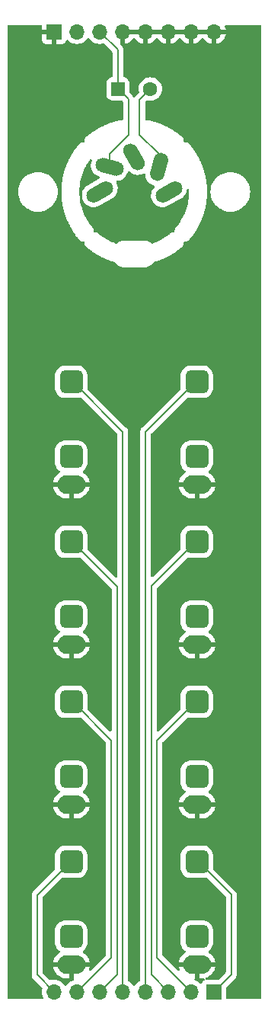
<source format=gtl>
G04 #@! TF.GenerationSoftware,KiCad,Pcbnew,8.0.0*
G04 #@! TF.CreationDate,2025-07-24T19:22:06+01:00*
G04 #@! TF.ProjectId,MidiToCvConnectors,4d696469-546f-4437-9643-6f6e6e656374,1_0*
G04 #@! TF.SameCoordinates,Original*
G04 #@! TF.FileFunction,Copper,L1,Top*
G04 #@! TF.FilePolarity,Positive*
%FSLAX46Y46*%
G04 Gerber Fmt 4.6, Leading zero omitted, Abs format (unit mm)*
G04 Created by KiCad (PCBNEW 8.0.0) date 2025-07-24 19:22:06*
%MOMM*%
%LPD*%
G01*
G04 APERTURE LIST*
G04 Aperture macros list*
%AMRoundRect*
0 Rectangle with rounded corners*
0 $1 Rounding radius*
0 $2 $3 $4 $5 $6 $7 $8 $9 X,Y pos of 4 corners*
0 Add a 4 corners polygon primitive as box body*
4,1,4,$2,$3,$4,$5,$6,$7,$8,$9,$2,$3,0*
0 Add four circle primitives for the rounded corners*
1,1,$1+$1,$2,$3*
1,1,$1+$1,$4,$5*
1,1,$1+$1,$6,$7*
1,1,$1+$1,$8,$9*
0 Add four rect primitives between the rounded corners*
20,1,$1+$1,$2,$3,$4,$5,0*
20,1,$1+$1,$4,$5,$6,$7,0*
20,1,$1+$1,$6,$7,$8,$9,0*
20,1,$1+$1,$8,$9,$2,$3,0*%
%AMHorizOval*
0 Thick line with rounded ends*
0 $1 width*
0 $2 $3 position (X,Y) of the first rounded end (center of the circle)*
0 $4 $5 position (X,Y) of the second rounded end (center of the circle)*
0 Add line between two ends*
20,1,$1,$2,$3,$4,$5,0*
0 Add two circle primitives to create the rounded ends*
1,1,$1,$2,$3*
1,1,$1,$4,$5*%
G04 Aperture macros list end*
G04 #@! TA.AperFunction,ComponentPad*
%ADD10O,3.100000X2.100000*%
G04 #@! TD*
G04 #@! TA.AperFunction,ComponentPad*
%ADD11RoundRect,0.650000X-0.650000X-0.650000X0.650000X-0.650000X0.650000X0.650000X-0.650000X0.650000X0*%
G04 #@! TD*
G04 #@! TA.AperFunction,ComponentPad*
%ADD12HorizOval,1.600000X0.692820X0.400000X-0.692820X-0.400000X0*%
G04 #@! TD*
G04 #@! TA.AperFunction,ComponentPad*
%ADD13HorizOval,1.600000X-0.400000X0.692820X0.400000X-0.692820X0*%
G04 #@! TD*
G04 #@! TA.AperFunction,ComponentPad*
%ADD14HorizOval,1.600000X0.772741X-0.207055X-0.772741X0.207055X0*%
G04 #@! TD*
G04 #@! TA.AperFunction,ComponentPad*
%ADD15HorizOval,1.600000X0.207055X0.772741X-0.207055X-0.772741X0*%
G04 #@! TD*
G04 #@! TA.AperFunction,ComponentPad*
%ADD16RoundRect,0.250000X-0.550000X-0.550000X0.550000X-0.550000X0.550000X0.550000X-0.550000X0.550000X0*%
G04 #@! TD*
G04 #@! TA.AperFunction,ComponentPad*
%ADD17C,1.600000*%
G04 #@! TD*
G04 #@! TA.AperFunction,ComponentPad*
%ADD18R,1.700000X1.700000*%
G04 #@! TD*
G04 #@! TA.AperFunction,ComponentPad*
%ADD19O,1.700000X1.700000*%
G04 #@! TD*
G04 #@! TA.AperFunction,Conductor*
%ADD20C,0.200000*%
G04 #@! TD*
G04 APERTURE END LIST*
D10*
X46990000Y-131575000D03*
D11*
X46990000Y-120175000D03*
X46990000Y-128475000D03*
D10*
X33020000Y-113795000D03*
D11*
X33020000Y-102395000D03*
X33020000Y-110695000D03*
D10*
X46990000Y-113795000D03*
D11*
X46990000Y-102395000D03*
X46990000Y-110695000D03*
D10*
X33020000Y-96015000D03*
D11*
X33020000Y-84615000D03*
X33020000Y-92915000D03*
D10*
X46990000Y-96015000D03*
D11*
X46990000Y-84615000D03*
X46990000Y-92915000D03*
D10*
X33020000Y-149355000D03*
D11*
X33020000Y-137955000D03*
X33020000Y-146255000D03*
D12*
X36195000Y-63500000D03*
D13*
X40005000Y-59625000D03*
D12*
X43880000Y-63500000D03*
D14*
X37265000Y-60760000D03*
D15*
X42745000Y-60760000D03*
D10*
X33020000Y-131575000D03*
D11*
X33020000Y-120175000D03*
X33020000Y-128475000D03*
D10*
X46990000Y-149355000D03*
D11*
X46990000Y-137955000D03*
X46990000Y-146255000D03*
D16*
X38205000Y-52070000D03*
D17*
X41805000Y-52070000D03*
D18*
X48895000Y-152400000D03*
D19*
X46355000Y-152400000D03*
X43815000Y-152400000D03*
X41275000Y-152400000D03*
X38735000Y-152400000D03*
X36195000Y-152400000D03*
X33655000Y-152400000D03*
X31115000Y-152400000D03*
D18*
X31115000Y-45720000D03*
D19*
X33655000Y-45720000D03*
X36195000Y-45720000D03*
X38735000Y-45720000D03*
X41275000Y-45720000D03*
X43815000Y-45720000D03*
X46355000Y-45720000D03*
X48895000Y-45720000D03*
D20*
X46830000Y-84615000D02*
X41275000Y-90170000D01*
X41275000Y-90170000D02*
X41275000Y-152400000D01*
X46990000Y-84615000D02*
X46830000Y-84615000D01*
X38205000Y-47730000D02*
X36195000Y-45720000D01*
X37265000Y-59255000D02*
X39370000Y-57150000D01*
X38205000Y-51965000D02*
X38205000Y-47730000D01*
X37265000Y-60760000D02*
X37265000Y-59255000D01*
X39370000Y-57150000D02*
X39370000Y-55140000D01*
X39370000Y-53235000D02*
X38205000Y-52070000D01*
X39370000Y-55245000D02*
X39370000Y-53235000D01*
X42745000Y-60760000D02*
X42745000Y-59255000D01*
X40625000Y-57135000D02*
X40625000Y-53250000D01*
X40625000Y-53250000D02*
X41805000Y-52070000D01*
X42745000Y-59255000D02*
X40625000Y-57135000D01*
X33655000Y-152400000D02*
X37465000Y-148590000D01*
X37465000Y-148590000D02*
X37465000Y-124460000D01*
X37465000Y-124460000D02*
X33180000Y-120175000D01*
X33180000Y-120175000D02*
X33020000Y-120175000D01*
X46830000Y-120175000D02*
X46990000Y-120175000D01*
X42545000Y-148590000D02*
X42545000Y-124460000D01*
X46355000Y-152400000D02*
X42545000Y-148590000D01*
X42545000Y-124460000D02*
X46830000Y-120175000D01*
X46990000Y-137955000D02*
X47150000Y-137955000D01*
X47150000Y-137955000D02*
X50800000Y-141605000D01*
X50800000Y-141605000D02*
X50800000Y-150495000D01*
X50800000Y-150495000D02*
X48895000Y-152400000D01*
X38735000Y-90170000D02*
X33180000Y-84615000D01*
X38735000Y-152400000D02*
X38735000Y-90170000D01*
X33180000Y-84615000D02*
X33020000Y-84615000D01*
X29210000Y-141685000D02*
X29210000Y-150495000D01*
X29210000Y-150495000D02*
X31115000Y-152400000D01*
X32940000Y-137955000D02*
X29210000Y-141685000D01*
X33020000Y-137955000D02*
X32940000Y-137955000D01*
X41910000Y-107315000D02*
X41910000Y-150495000D01*
X46830000Y-102395000D02*
X41910000Y-107315000D01*
X41910000Y-150495000D02*
X43815000Y-152400000D01*
X46990000Y-102395000D02*
X46830000Y-102395000D01*
X38100000Y-107395000D02*
X33100000Y-102395000D01*
X36195000Y-152400000D02*
X38100000Y-150495000D01*
X38100000Y-150495000D02*
X38100000Y-107395000D01*
X33100000Y-102395000D02*
X33020000Y-102395000D01*
G04 #@! TA.AperFunction,Conductor*
G36*
X29708039Y-44970185D02*
G01*
X29753794Y-45022989D01*
X29765000Y-45074500D01*
X29765000Y-45470000D01*
X30681988Y-45470000D01*
X30649075Y-45527007D01*
X30615000Y-45654174D01*
X30615000Y-45785826D01*
X30649075Y-45912993D01*
X30681988Y-45970000D01*
X29765000Y-45970000D01*
X29765000Y-46617844D01*
X29771401Y-46677372D01*
X29771403Y-46677379D01*
X29821645Y-46812086D01*
X29821649Y-46812093D01*
X29907809Y-46927187D01*
X29907812Y-46927190D01*
X30022906Y-47013350D01*
X30022913Y-47013354D01*
X30157620Y-47063596D01*
X30157627Y-47063598D01*
X30217155Y-47069999D01*
X30217172Y-47070000D01*
X30865000Y-47070000D01*
X30865000Y-46153012D01*
X30922007Y-46185925D01*
X31049174Y-46220000D01*
X31180826Y-46220000D01*
X31307993Y-46185925D01*
X31365000Y-46153012D01*
X31365000Y-47070000D01*
X32012828Y-47070000D01*
X32012844Y-47069999D01*
X32072372Y-47063598D01*
X32072379Y-47063596D01*
X32207086Y-47013354D01*
X32207093Y-47013350D01*
X32322187Y-46927190D01*
X32322190Y-46927187D01*
X32408350Y-46812093D01*
X32408354Y-46812086D01*
X32457422Y-46680529D01*
X32499293Y-46624595D01*
X32564757Y-46600178D01*
X32633030Y-46615030D01*
X32661285Y-46636181D01*
X32783599Y-46758495D01*
X32860135Y-46812086D01*
X32977165Y-46894032D01*
X32977167Y-46894033D01*
X32977170Y-46894035D01*
X33191337Y-46993903D01*
X33419592Y-47055063D01*
X33590319Y-47070000D01*
X33654999Y-47075659D01*
X33655000Y-47075659D01*
X33655001Y-47075659D01*
X33719681Y-47070000D01*
X33890408Y-47055063D01*
X34118663Y-46993903D01*
X34332830Y-46894035D01*
X34526401Y-46758495D01*
X34693495Y-46591401D01*
X34823425Y-46405842D01*
X34878002Y-46362217D01*
X34947500Y-46355023D01*
X35009855Y-46386546D01*
X35026575Y-46405842D01*
X35156281Y-46591082D01*
X35156505Y-46591401D01*
X35323599Y-46758495D01*
X35400135Y-46812086D01*
X35517165Y-46894032D01*
X35517167Y-46894033D01*
X35517170Y-46894035D01*
X35731337Y-46993903D01*
X35959592Y-47055063D01*
X36130319Y-47070000D01*
X36194999Y-47075659D01*
X36195000Y-47075659D01*
X36195001Y-47075659D01*
X36259681Y-47070000D01*
X36430408Y-47055063D01*
X36558757Y-47020672D01*
X36628606Y-47022335D01*
X36678531Y-47052766D01*
X37568181Y-47942416D01*
X37601666Y-48003739D01*
X37604500Y-48030097D01*
X37604500Y-50657837D01*
X37584815Y-50724876D01*
X37532011Y-50770631D01*
X37506459Y-50779089D01*
X37502207Y-50779999D01*
X37335668Y-50835185D01*
X37335663Y-50835187D01*
X37186342Y-50927289D01*
X37062289Y-51051342D01*
X36970187Y-51200663D01*
X36970186Y-51200666D01*
X36915001Y-51367203D01*
X36915001Y-51367204D01*
X36915000Y-51367204D01*
X36904500Y-51469983D01*
X36904500Y-52670001D01*
X36904501Y-52670018D01*
X36915000Y-52772796D01*
X36915001Y-52772799D01*
X36950949Y-52881282D01*
X36970186Y-52939334D01*
X37062288Y-53088656D01*
X37186344Y-53212712D01*
X37335666Y-53304814D01*
X37502203Y-53359999D01*
X37604991Y-53370500D01*
X38604900Y-53370499D01*
X38671939Y-53390183D01*
X38692580Y-53406817D01*
X38733180Y-53447416D01*
X38766666Y-53508738D01*
X38769500Y-53535098D01*
X38769500Y-55436140D01*
X38749815Y-55503179D01*
X38697011Y-55548934D01*
X38627853Y-55558878D01*
X38607848Y-55554285D01*
X38604214Y-55553127D01*
X38604210Y-55553126D01*
X38604206Y-55553125D01*
X38604201Y-55553124D01*
X38597395Y-55551902D01*
X38587763Y-55550404D01*
X38580894Y-55549500D01*
X38580892Y-55549500D01*
X38580889Y-55549500D01*
X38529608Y-55549500D01*
X38523816Y-55549365D01*
X38520626Y-55549215D01*
X38472566Y-55546968D01*
X38472564Y-55546968D01*
X38472560Y-55546968D01*
X38465619Y-55547553D01*
X38456036Y-55548588D01*
X38449100Y-55549501D01*
X38399565Y-55562773D01*
X38393936Y-55564141D01*
X38235543Y-55598740D01*
X38221312Y-55600176D01*
X38221377Y-55600722D01*
X38213314Y-55601668D01*
X38213313Y-55601668D01*
X38213311Y-55601668D01*
X38213306Y-55601669D01*
X38159307Y-55615326D01*
X38155369Y-55616254D01*
X38100979Y-55628135D01*
X38093332Y-55630892D01*
X38093146Y-55630376D01*
X38079772Y-55635443D01*
X37978588Y-55661036D01*
X37964423Y-55662933D01*
X37964506Y-55663479D01*
X37956461Y-55664690D01*
X37902925Y-55680105D01*
X37899023Y-55681160D01*
X37845030Y-55694816D01*
X37837478Y-55697821D01*
X37837274Y-55697310D01*
X37824079Y-55702808D01*
X37724187Y-55731570D01*
X37710101Y-55733929D01*
X37710201Y-55734471D01*
X37702212Y-55735941D01*
X37649166Y-55753104D01*
X37645308Y-55754283D01*
X37591796Y-55769691D01*
X37584346Y-55772941D01*
X37584125Y-55772435D01*
X37571128Y-55778355D01*
X37472559Y-55810249D01*
X37458560Y-55813062D01*
X37458679Y-55813605D01*
X37450744Y-55815333D01*
X37398324Y-55834200D01*
X37394509Y-55835503D01*
X37341464Y-55852667D01*
X37334123Y-55856158D01*
X37333885Y-55855658D01*
X37321095Y-55861994D01*
X37223880Y-55896982D01*
X37209989Y-55900248D01*
X37210125Y-55900787D01*
X37202247Y-55902774D01*
X37150450Y-55923340D01*
X37146685Y-55924765D01*
X37094221Y-55943647D01*
X37087008Y-55947370D01*
X37086754Y-55946878D01*
X37074177Y-55953626D01*
X36978351Y-55991676D01*
X36964575Y-55995391D01*
X36964729Y-55995926D01*
X36956922Y-55998167D01*
X36905809Y-56020409D01*
X36902097Y-56021953D01*
X36850266Y-56042535D01*
X36843175Y-56046491D01*
X36842904Y-56046006D01*
X36830561Y-56053155D01*
X36736144Y-56094243D01*
X36722502Y-56098403D01*
X36722673Y-56098933D01*
X36714946Y-56101425D01*
X36714939Y-56101427D01*
X36664533Y-56125337D01*
X36660917Y-56126981D01*
X36609783Y-56149233D01*
X36602822Y-56153419D01*
X36602535Y-56152943D01*
X36590432Y-56160487D01*
X36497457Y-56204592D01*
X36483958Y-56209193D01*
X36484146Y-56209716D01*
X36476502Y-56212458D01*
X36426937Y-56237973D01*
X36423332Y-56239755D01*
X36372948Y-56263656D01*
X36366123Y-56268068D01*
X36365821Y-56267602D01*
X36353969Y-56275533D01*
X36262479Y-56322630D01*
X36249131Y-56327668D01*
X36249336Y-56328186D01*
X36241779Y-56331177D01*
X36193064Y-56358289D01*
X36189520Y-56360187D01*
X36139949Y-56385706D01*
X36133273Y-56390335D01*
X36132956Y-56389877D01*
X36121367Y-56398193D01*
X36031396Y-56448267D01*
X36018215Y-56453736D01*
X36018437Y-56454247D01*
X36010984Y-56457481D01*
X35963187Y-56486154D01*
X35959705Y-56488166D01*
X35910983Y-56515284D01*
X35904460Y-56520129D01*
X35904129Y-56519683D01*
X35892812Y-56528372D01*
X35804390Y-56581416D01*
X35791395Y-56587313D01*
X35791632Y-56587813D01*
X35784293Y-56591285D01*
X35737427Y-56621513D01*
X35734009Y-56623639D01*
X35686233Y-56652301D01*
X35679868Y-56657357D01*
X35679522Y-56656922D01*
X35668492Y-56665977D01*
X35581669Y-56721978D01*
X35568868Y-56728295D01*
X35569121Y-56728788D01*
X35561891Y-56732501D01*
X35516051Y-56764225D01*
X35512702Y-56766463D01*
X35465878Y-56796666D01*
X35459680Y-56801926D01*
X35459321Y-56801503D01*
X35448592Y-56810912D01*
X35363405Y-56869867D01*
X35350807Y-56876603D01*
X35351075Y-56877085D01*
X35343974Y-56881029D01*
X35299213Y-56914214D01*
X35295934Y-56916563D01*
X35250119Y-56948272D01*
X35244098Y-56953729D01*
X35243727Y-56953320D01*
X35233299Y-56963083D01*
X35149800Y-57024989D01*
X35137418Y-57032137D01*
X35137701Y-57032609D01*
X35130729Y-57036785D01*
X35087054Y-57071427D01*
X35083849Y-57073885D01*
X35039125Y-57107044D01*
X35033291Y-57112689D01*
X35032907Y-57112292D01*
X35022796Y-57122399D01*
X34941024Y-57187261D01*
X34928880Y-57194810D01*
X34929177Y-57195271D01*
X34922344Y-57199673D01*
X34879873Y-57235683D01*
X34876764Y-57238233D01*
X34858988Y-57252334D01*
X34833106Y-57272864D01*
X34827458Y-57278698D01*
X34827064Y-57278317D01*
X34817278Y-57288756D01*
X34725395Y-57366662D01*
X34707210Y-57379466D01*
X34698858Y-57384288D01*
X34698853Y-57384292D01*
X34670408Y-57412737D01*
X34662921Y-57419632D01*
X34632238Y-57445647D01*
X34626741Y-57453585D01*
X34612489Y-57470659D01*
X34605666Y-57477482D01*
X34585555Y-57512315D01*
X34580108Y-57520914D01*
X34557202Y-57553986D01*
X34557199Y-57553993D01*
X34553943Y-57563083D01*
X34544604Y-57583248D01*
X34539778Y-57591609D01*
X34539775Y-57591614D01*
X34529365Y-57630466D01*
X34526330Y-57640179D01*
X34512766Y-57678051D01*
X34512766Y-57678052D01*
X34511974Y-57687674D01*
X34508169Y-57709582D01*
X34505672Y-57718903D01*
X34505672Y-57759129D01*
X34505254Y-57769301D01*
X34501953Y-57809394D01*
X34501954Y-57809398D01*
X34503678Y-57818892D01*
X34505673Y-57841040D01*
X34505673Y-57850686D01*
X34505895Y-57852368D01*
X34505673Y-57853787D01*
X34505674Y-57858813D01*
X34504890Y-57858813D01*
X34495131Y-57921403D01*
X34448752Y-57973660D01*
X34381483Y-57992547D01*
X34366748Y-57991492D01*
X34364714Y-57991223D01*
X34352998Y-57991221D01*
X34331655Y-57989365D01*
X34320119Y-57987346D01*
X34320117Y-57987346D01*
X34282088Y-57990720D01*
X34271109Y-57991204D01*
X34234676Y-57991198D01*
X34232931Y-57991198D01*
X34232927Y-57991198D01*
X34227053Y-57992771D01*
X34221609Y-57994228D01*
X34200515Y-57997958D01*
X34188850Y-57998994D01*
X34152981Y-58012099D01*
X34142512Y-58015406D01*
X34105629Y-58025281D01*
X34105627Y-58025282D01*
X34095480Y-58031137D01*
X34076071Y-58040199D01*
X34065070Y-58044218D01*
X34065066Y-58044220D01*
X34033823Y-58066154D01*
X34024560Y-58072062D01*
X33991489Y-58091148D01*
X33991484Y-58091152D01*
X33983197Y-58099435D01*
X33966798Y-58113210D01*
X33957213Y-58119940D01*
X33957208Y-58119944D01*
X33932713Y-58149209D01*
X33925294Y-58157315D01*
X33898281Y-58184318D01*
X33892423Y-58194459D01*
X33880141Y-58212018D01*
X33737159Y-58382845D01*
X33725126Y-58394412D01*
X33725148Y-58394433D01*
X33719421Y-58400193D01*
X33688041Y-58441332D01*
X33684540Y-58445713D01*
X33651310Y-58485415D01*
X33646951Y-58492277D01*
X33646926Y-58492261D01*
X33638292Y-58506554D01*
X33512282Y-58671758D01*
X33500795Y-58683846D01*
X33500822Y-58683870D01*
X33495356Y-58689887D01*
X33465846Y-58732430D01*
X33462553Y-58736955D01*
X33431135Y-58778145D01*
X33427092Y-58785196D01*
X33427061Y-58785178D01*
X33419095Y-58799825D01*
X33301308Y-58969628D01*
X33290392Y-58982206D01*
X33290422Y-58982231D01*
X33285237Y-58988483D01*
X33257637Y-59032364D01*
X33254564Y-59037015D01*
X33225026Y-59079600D01*
X33221308Y-59086820D01*
X33221273Y-59086802D01*
X33213982Y-59101773D01*
X33104452Y-59275922D01*
X33094122Y-59288966D01*
X33094157Y-59288993D01*
X33089255Y-59295475D01*
X33063639Y-59340577D01*
X33060784Y-59345351D01*
X33033174Y-59389252D01*
X33029782Y-59396638D01*
X33029742Y-59396619D01*
X33023143Y-59411883D01*
X32921901Y-59590146D01*
X32912180Y-59603623D01*
X32912219Y-59603650D01*
X32907615Y-59610342D01*
X32884044Y-59656553D01*
X32881409Y-59661444D01*
X32855782Y-59706567D01*
X32852726Y-59714098D01*
X32852682Y-59714080D01*
X32846777Y-59729616D01*
X32753875Y-59911754D01*
X32744774Y-59925642D01*
X32744816Y-59925668D01*
X32740517Y-59932557D01*
X32719017Y-59979824D01*
X32716608Y-59984819D01*
X32693028Y-60031049D01*
X32690313Y-60038708D01*
X32690266Y-60038691D01*
X32685068Y-60054461D01*
X32600562Y-60240247D01*
X32592096Y-60254519D01*
X32592140Y-60254544D01*
X32588150Y-60261626D01*
X32568779Y-60309823D01*
X32566601Y-60314910D01*
X32545161Y-60362049D01*
X32545110Y-60362161D01*
X32542740Y-60369933D01*
X32542691Y-60369918D01*
X32538205Y-60385898D01*
X32462161Y-60575112D01*
X32454342Y-60589748D01*
X32454389Y-60589772D01*
X32450719Y-60597026D01*
X32433526Y-60646030D01*
X32431575Y-60651216D01*
X32412217Y-60699382D01*
X32410197Y-60707256D01*
X32410147Y-60707243D01*
X32406380Y-60723407D01*
X32338871Y-60915834D01*
X32331714Y-60930808D01*
X32331760Y-60930829D01*
X32328419Y-60938238D01*
X32313442Y-60987941D01*
X32311726Y-60993208D01*
X32294537Y-61042209D01*
X32292871Y-61050161D01*
X32292821Y-61050150D01*
X32289780Y-61066469D01*
X32230896Y-61261892D01*
X32224410Y-61277183D01*
X32224457Y-61277202D01*
X32221451Y-61284752D01*
X32208718Y-61335060D01*
X32207237Y-61340404D01*
X32192259Y-61390115D01*
X32190950Y-61398141D01*
X32190901Y-61398133D01*
X32188594Y-61414580D01*
X32138428Y-61612788D01*
X32132633Y-61628356D01*
X32132678Y-61628372D01*
X32130013Y-61636054D01*
X32119548Y-61686880D01*
X32118306Y-61692295D01*
X32105576Y-61742594D01*
X32104628Y-61750662D01*
X32104581Y-61750656D01*
X32103012Y-61767199D01*
X32061673Y-61967989D01*
X32056576Y-61983822D01*
X32056618Y-61983835D01*
X32054302Y-61991621D01*
X32046137Y-62042829D01*
X32045137Y-62048304D01*
X32034678Y-62099110D01*
X32034092Y-62107218D01*
X32034049Y-62107214D01*
X32033221Y-62123826D01*
X32000828Y-62326987D01*
X31996442Y-62343054D01*
X31996481Y-62343064D01*
X31994517Y-62350951D01*
X31988668Y-62402455D01*
X31987913Y-62407986D01*
X31979753Y-62459157D01*
X31979533Y-62467279D01*
X31979493Y-62467277D01*
X31979414Y-62483933D01*
X31956095Y-62689268D01*
X31952433Y-62705538D01*
X31952468Y-62705545D01*
X31950863Y-62713508D01*
X31947346Y-62765184D01*
X31946840Y-62770753D01*
X31940996Y-62822217D01*
X31941141Y-62830342D01*
X31941106Y-62830342D01*
X31941779Y-62847004D01*
X31927676Y-63054299D01*
X31924749Y-63070740D01*
X31924779Y-63070745D01*
X31923535Y-63078779D01*
X31922363Y-63130516D01*
X31922109Y-63136122D01*
X31918596Y-63187754D01*
X31919108Y-63195862D01*
X31919078Y-63195863D01*
X31920505Y-63212506D01*
X31915770Y-63421536D01*
X31913589Y-63438100D01*
X31913618Y-63438104D01*
X31912740Y-63446186D01*
X31913912Y-63497910D01*
X31913912Y-63503526D01*
X31912740Y-63555253D01*
X31913619Y-63563337D01*
X31913591Y-63563340D01*
X31915771Y-63579902D01*
X31920511Y-63788952D01*
X31919084Y-63805597D01*
X31919114Y-63805599D01*
X31918602Y-63813705D01*
X31922116Y-63865337D01*
X31922370Y-63870943D01*
X31923543Y-63922679D01*
X31924787Y-63930712D01*
X31924757Y-63930716D01*
X31927684Y-63947160D01*
X31941793Y-64154474D01*
X31941120Y-64171137D01*
X31941155Y-64171138D01*
X31941010Y-64179260D01*
X31946855Y-64230726D01*
X31947361Y-64236296D01*
X31950879Y-64287974D01*
X31952484Y-64295937D01*
X31952449Y-64295943D01*
X31956111Y-64312212D01*
X31979435Y-64517560D01*
X31979515Y-64534220D01*
X31979554Y-64534219D01*
X31979774Y-64542339D01*
X31987935Y-64593516D01*
X31988690Y-64599044D01*
X31994540Y-64650547D01*
X31996503Y-64658428D01*
X31996463Y-64658437D01*
X32000849Y-64674503D01*
X32033249Y-64877685D01*
X32034077Y-64894297D01*
X32034120Y-64894294D01*
X32034705Y-64902397D01*
X32045166Y-64953205D01*
X32046166Y-64958682D01*
X32054332Y-65009890D01*
X32056649Y-65017682D01*
X32056606Y-65017694D01*
X32061703Y-65033524D01*
X32103045Y-65234324D01*
X32104614Y-65250862D01*
X32104661Y-65250857D01*
X32105610Y-65258928D01*
X32105610Y-65258932D01*
X32118346Y-65309255D01*
X32119584Y-65314649D01*
X32130047Y-65365472D01*
X32132711Y-65373148D01*
X32132666Y-65373163D01*
X32138465Y-65388742D01*
X32188634Y-65586956D01*
X32190942Y-65603403D01*
X32190991Y-65603396D01*
X32192299Y-65611411D01*
X32192299Y-65611414D01*
X32192300Y-65611415D01*
X32197925Y-65630082D01*
X32207276Y-65661116D01*
X32208757Y-65666462D01*
X32221496Y-65716789D01*
X32224500Y-65724336D01*
X32224453Y-65724354D01*
X32230938Y-65739641D01*
X32289826Y-65935071D01*
X32292866Y-65951385D01*
X32292916Y-65951375D01*
X32294583Y-65959332D01*
X32311766Y-66008309D01*
X32313484Y-66013581D01*
X32328467Y-66063302D01*
X32331810Y-66070716D01*
X32331763Y-66070736D01*
X32338920Y-66085709D01*
X32406433Y-66278143D01*
X32410199Y-66294302D01*
X32410248Y-66294290D01*
X32412268Y-66302161D01*
X32431629Y-66350333D01*
X32433582Y-66355524D01*
X32450773Y-66404526D01*
X32454441Y-66411777D01*
X32454395Y-66411799D01*
X32462215Y-66426437D01*
X32538263Y-66615651D01*
X32542750Y-66631635D01*
X32542799Y-66631621D01*
X32545169Y-66639395D01*
X32566666Y-66686654D01*
X32568849Y-66691753D01*
X32588209Y-66739923D01*
X32592199Y-66747006D01*
X32592154Y-66747030D01*
X32600621Y-66761303D01*
X32685132Y-66947094D01*
X32690329Y-66962862D01*
X32690376Y-66962846D01*
X32693094Y-66970509D01*
X32716676Y-67016742D01*
X32719087Y-67021741D01*
X32729079Y-67043706D01*
X32740582Y-67068995D01*
X32740583Y-67068996D01*
X32744884Y-67075890D01*
X32744841Y-67075916D01*
X32753943Y-67089803D01*
X32846847Y-67271939D01*
X32852749Y-67287469D01*
X32852793Y-67287452D01*
X32855852Y-67294988D01*
X32881468Y-67340090D01*
X32884104Y-67344983D01*
X32907689Y-67391219D01*
X32912295Y-67397915D01*
X32912256Y-67397941D01*
X32921977Y-67411416D01*
X33023219Y-67589672D01*
X33029820Y-67604940D01*
X33029861Y-67604922D01*
X33033253Y-67612308D01*
X33060851Y-67656187D01*
X33063708Y-67660964D01*
X33089336Y-67706085D01*
X33094235Y-67712564D01*
X33094200Y-67712590D01*
X33104533Y-67725636D01*
X33214059Y-67899772D01*
X33221350Y-67914747D01*
X33221385Y-67914730D01*
X33225106Y-67921954D01*
X33254653Y-67964549D01*
X33257731Y-67969206D01*
X33285320Y-68013070D01*
X33290508Y-68019326D01*
X33290477Y-68019351D01*
X33301388Y-68031921D01*
X33419183Y-68201726D01*
X33427149Y-68216373D01*
X33427180Y-68216356D01*
X33431223Y-68223406D01*
X33462634Y-68264585D01*
X33465914Y-68269093D01*
X33480802Y-68290554D01*
X33495446Y-68311665D01*
X33500914Y-68317684D01*
X33500887Y-68317707D01*
X33512378Y-68329798D01*
X33638386Y-68494992D01*
X33647020Y-68509287D01*
X33647046Y-68509271D01*
X33651404Y-68516131D01*
X33651405Y-68516132D01*
X33651406Y-68516134D01*
X33684634Y-68555831D01*
X33688121Y-68560195D01*
X33719513Y-68601349D01*
X33719517Y-68601352D01*
X33725242Y-68607110D01*
X33725220Y-68607131D01*
X33737256Y-68618701D01*
X33880224Y-68789504D01*
X33892514Y-68807075D01*
X33898359Y-68817195D01*
X33925385Y-68844213D01*
X33932781Y-68852293D01*
X33957311Y-68881599D01*
X33966876Y-68888313D01*
X33983293Y-68902104D01*
X33991558Y-68910367D01*
X34024534Y-68929400D01*
X34024637Y-68929459D01*
X34033898Y-68935366D01*
X34065168Y-68957318D01*
X34065169Y-68957318D01*
X34065170Y-68957319D01*
X34075184Y-68960977D01*
X34076143Y-68961328D01*
X34095575Y-68970402D01*
X34105696Y-68976243D01*
X34142607Y-68986128D01*
X34153071Y-68989433D01*
X34188952Y-69002542D01*
X34200581Y-69003573D01*
X34221698Y-69007307D01*
X34232994Y-69010333D01*
X34271210Y-69010326D01*
X34282152Y-69010810D01*
X34320221Y-69014188D01*
X34331727Y-69012173D01*
X34353091Y-69010315D01*
X34364779Y-69010314D01*
X34364784Y-69010312D01*
X34366214Y-69010125D01*
X34367424Y-69010313D01*
X34372911Y-69010313D01*
X34372911Y-69011168D01*
X34435251Y-69020878D01*
X34487515Y-69067249D01*
X34506412Y-69134515D01*
X34505354Y-69149296D01*
X34505185Y-69150570D01*
X34505182Y-69159807D01*
X34503151Y-69182110D01*
X34501484Y-69191205D01*
X34504751Y-69231715D01*
X34505152Y-69241725D01*
X34505137Y-69282344D01*
X34505138Y-69282353D01*
X34507525Y-69291272D01*
X34511336Y-69313347D01*
X34512079Y-69322556D01*
X34512080Y-69322562D01*
X34525714Y-69360825D01*
X34528694Y-69370395D01*
X34528706Y-69370439D01*
X34539199Y-69409656D01*
X34543818Y-69417664D01*
X34553210Y-69437995D01*
X34556313Y-69446701D01*
X34579396Y-69480147D01*
X34584750Y-69488619D01*
X34605046Y-69523804D01*
X34605048Y-69523806D01*
X34605050Y-69523809D01*
X34611343Y-69530107D01*
X34611582Y-69530346D01*
X34625916Y-69547554D01*
X34631166Y-69555160D01*
X34662121Y-69581495D01*
X34669477Y-69588283D01*
X34698201Y-69617028D01*
X34706199Y-69621649D01*
X34724506Y-69634566D01*
X34795743Y-69695168D01*
X34805054Y-69705172D01*
X34805558Y-69704690D01*
X34811183Y-69710557D01*
X34811184Y-69710558D01*
X34811185Y-69710559D01*
X34855487Y-69746061D01*
X34858226Y-69748323D01*
X34901471Y-69785112D01*
X34901473Y-69785112D01*
X34908294Y-69789524D01*
X34907915Y-69790108D01*
X34919499Y-69797359D01*
X34979526Y-69845462D01*
X34989122Y-69855182D01*
X34989611Y-69854686D01*
X34995402Y-69860383D01*
X35040700Y-69894553D01*
X35043562Y-69896778D01*
X35087852Y-69932271D01*
X35087854Y-69932272D01*
X35094804Y-69936482D01*
X35094442Y-69937079D01*
X35106229Y-69943985D01*
X35167387Y-69990120D01*
X35177260Y-69999550D01*
X35177735Y-69999039D01*
X35183689Y-70004562D01*
X35183692Y-70004566D01*
X35229985Y-70037407D01*
X35232900Y-70039540D01*
X35278213Y-70073723D01*
X35278215Y-70073724D01*
X35278219Y-70073727D01*
X35278222Y-70073728D01*
X35285293Y-70077733D01*
X35284947Y-70078342D01*
X35296926Y-70084897D01*
X35359195Y-70129072D01*
X35369335Y-70138207D01*
X35369797Y-70137680D01*
X35375915Y-70143032D01*
X35423137Y-70174498D01*
X35426068Y-70176513D01*
X35472435Y-70209407D01*
X35472441Y-70209409D01*
X35479622Y-70213204D01*
X35479294Y-70213823D01*
X35491453Y-70220022D01*
X35554821Y-70262248D01*
X35565222Y-70271083D01*
X35565669Y-70270542D01*
X35571934Y-70275706D01*
X35571936Y-70275709D01*
X35571938Y-70275710D01*
X35571939Y-70275711D01*
X35620083Y-70305799D01*
X35623072Y-70307727D01*
X35670363Y-70339241D01*
X35670366Y-70339242D01*
X35677661Y-70342828D01*
X35677350Y-70343459D01*
X35689683Y-70349297D01*
X35754121Y-70389568D01*
X35764772Y-70398093D01*
X35765203Y-70397538D01*
X35771618Y-70402519D01*
X35771624Y-70402525D01*
X35799798Y-70419009D01*
X35820652Y-70431211D01*
X35823748Y-70433084D01*
X35853084Y-70451418D01*
X35871874Y-70463161D01*
X35871881Y-70463163D01*
X35879277Y-70466535D01*
X35878985Y-70467175D01*
X35891473Y-70472647D01*
X35956978Y-70510975D01*
X35967868Y-70519180D01*
X35968283Y-70518614D01*
X35974843Y-70523407D01*
X35974845Y-70523409D01*
X36004024Y-70539357D01*
X36024659Y-70550636D01*
X36027808Y-70552417D01*
X36039976Y-70559536D01*
X36076823Y-70581095D01*
X36076828Y-70581096D01*
X36084312Y-70584247D01*
X36084037Y-70584898D01*
X36096682Y-70590000D01*
X36163239Y-70626378D01*
X36174369Y-70634264D01*
X36174766Y-70633688D01*
X36181458Y-70638285D01*
X36181463Y-70638287D01*
X36181465Y-70638289D01*
X36232102Y-70664076D01*
X36235263Y-70665745D01*
X36285085Y-70692976D01*
X36285089Y-70692977D01*
X36285091Y-70692978D01*
X36292670Y-70695913D01*
X36292416Y-70696567D01*
X36305198Y-70701301D01*
X36372785Y-70735720D01*
X36384139Y-70743274D01*
X36384518Y-70742687D01*
X36391346Y-70747090D01*
X36391347Y-70747090D01*
X36391349Y-70747092D01*
X36442731Y-70771397D01*
X36445898Y-70772952D01*
X36496520Y-70798732D01*
X36496523Y-70798732D01*
X36496526Y-70798734D01*
X36504191Y-70801447D01*
X36503956Y-70802109D01*
X36516873Y-70806469D01*
X36585472Y-70838918D01*
X36597045Y-70846146D01*
X36597409Y-70845545D01*
X36604360Y-70849745D01*
X36604364Y-70849746D01*
X36604367Y-70849749D01*
X36656438Y-70872544D01*
X36659683Y-70874023D01*
X36710993Y-70898294D01*
X36710996Y-70898294D01*
X36710997Y-70898295D01*
X36718736Y-70900783D01*
X36718520Y-70901452D01*
X36731560Y-70905431D01*
X36801182Y-70935910D01*
X36812953Y-70942791D01*
X36813299Y-70942181D01*
X36820379Y-70946181D01*
X36820382Y-70946183D01*
X36873023Y-70967417D01*
X36876311Y-70968799D01*
X36928375Y-70991593D01*
X36928380Y-70991593D01*
X36936182Y-70993852D01*
X36935986Y-70994527D01*
X36949149Y-70998128D01*
X36973859Y-71008096D01*
X37019770Y-71026616D01*
X37031740Y-71033156D01*
X37032069Y-71032534D01*
X37039254Y-71036321D01*
X37039255Y-71036321D01*
X37039259Y-71036324D01*
X37092527Y-71056022D01*
X37095829Y-71057299D01*
X37148403Y-71078508D01*
X37148522Y-71078556D01*
X37156393Y-71080587D01*
X37156217Y-71081269D01*
X37169479Y-71084479D01*
X37241094Y-71110963D01*
X37253261Y-71117149D01*
X37253568Y-71116525D01*
X37260863Y-71120101D01*
X37260866Y-71120102D01*
X37260869Y-71120104D01*
X37314687Y-71138234D01*
X37318076Y-71139432D01*
X37371304Y-71159116D01*
X37371312Y-71159116D01*
X37379232Y-71160916D01*
X37379076Y-71161601D01*
X37392426Y-71164423D01*
X37465034Y-71188884D01*
X37477382Y-71194717D01*
X37477672Y-71194081D01*
X37485069Y-71197442D01*
X37485072Y-71197444D01*
X37485074Y-71197444D01*
X37485075Y-71197445D01*
X37539302Y-71213961D01*
X37542763Y-71215070D01*
X37596591Y-71233204D01*
X37604566Y-71234771D01*
X37604430Y-71235458D01*
X37617874Y-71237891D01*
X37691454Y-71260302D01*
X37703977Y-71265773D01*
X37704246Y-71265133D01*
X37711738Y-71268276D01*
X37759003Y-71281169D01*
X37818499Y-71317801D01*
X37821900Y-71321740D01*
X37822044Y-71321914D01*
X37827265Y-71328686D01*
X37827693Y-71329282D01*
X37830723Y-71334310D01*
X37830762Y-71334285D01*
X37835302Y-71341015D01*
X37835305Y-71341021D01*
X37835308Y-71341024D01*
X37835448Y-71341183D01*
X37843292Y-71351015D01*
X37843453Y-71351239D01*
X37843456Y-71351241D01*
X37849012Y-71357165D01*
X37848979Y-71357195D01*
X37853240Y-71361296D01*
X37853696Y-71361811D01*
X37859051Y-71368289D01*
X37859405Y-71368749D01*
X37862681Y-71373787D01*
X37862722Y-71373758D01*
X37867488Y-71380333D01*
X37867489Y-71380335D01*
X37867491Y-71380337D01*
X37867688Y-71380545D01*
X37875872Y-71390119D01*
X37876061Y-71390365D01*
X37881819Y-71396100D01*
X37881782Y-71396136D01*
X37886283Y-71400187D01*
X37886667Y-71400593D01*
X37892184Y-71406832D01*
X37892502Y-71407217D01*
X37895939Y-71412132D01*
X37895979Y-71412102D01*
X37900961Y-71418510D01*
X37901186Y-71418732D01*
X37909672Y-71428004D01*
X37909916Y-71428300D01*
X37909920Y-71428303D01*
X37915864Y-71433835D01*
X37915837Y-71433863D01*
X37920339Y-71437641D01*
X37920674Y-71437972D01*
X37926563Y-71444186D01*
X37926891Y-71444557D01*
X37930491Y-71449352D01*
X37930526Y-71449323D01*
X37935723Y-71455559D01*
X37935993Y-71455808D01*
X37944785Y-71464787D01*
X37945019Y-71465052D01*
X37951155Y-71470386D01*
X37951121Y-71470424D01*
X37955893Y-71474167D01*
X37956250Y-71474496D01*
X37962237Y-71480413D01*
X37962549Y-71480743D01*
X37966276Y-71485374D01*
X37966308Y-71485346D01*
X37971718Y-71491408D01*
X37971994Y-71491646D01*
X37981092Y-71500329D01*
X37981326Y-71500576D01*
X37987645Y-71505705D01*
X37987609Y-71505748D01*
X37992545Y-71509357D01*
X37992896Y-71509660D01*
X37998929Y-71515227D01*
X37999304Y-71515597D01*
X38003273Y-71520197D01*
X38003310Y-71520162D01*
X38008925Y-71526041D01*
X38009185Y-71526250D01*
X38018573Y-71534621D01*
X38018799Y-71534844D01*
X38025280Y-71539751D01*
X38025244Y-71539797D01*
X38030328Y-71543258D01*
X38030612Y-71543487D01*
X38030757Y-71543604D01*
X38036994Y-71548986D01*
X38037423Y-71549382D01*
X38041470Y-71553766D01*
X38041501Y-71553735D01*
X38047309Y-71559417D01*
X38047574Y-71559616D01*
X38057230Y-71567657D01*
X38057424Y-71567836D01*
X38064071Y-71572523D01*
X38064037Y-71572571D01*
X38069178Y-71575821D01*
X38069653Y-71576178D01*
X38076034Y-71581312D01*
X38076570Y-71581775D01*
X38080813Y-71586066D01*
X38080849Y-71586028D01*
X38086848Y-71591512D01*
X38087056Y-71591657D01*
X38097001Y-71599383D01*
X38097155Y-71599516D01*
X38103956Y-71603976D01*
X38103930Y-71604015D01*
X38108989Y-71606975D01*
X38109584Y-71607390D01*
X38116255Y-71612387D01*
X38116937Y-71612935D01*
X38121310Y-71617067D01*
X38121345Y-71617027D01*
X38127526Y-71622302D01*
X38127663Y-71622391D01*
X38137904Y-71629803D01*
X38137965Y-71629852D01*
X38137969Y-71629855D01*
X38144912Y-71634079D01*
X38144885Y-71634123D01*
X38150018Y-71636897D01*
X38150766Y-71637382D01*
X38157652Y-71642188D01*
X38158472Y-71642803D01*
X38162887Y-71646702D01*
X38162920Y-71646662D01*
X38169276Y-71651722D01*
X38169278Y-71651723D01*
X38169280Y-71651725D01*
X38169325Y-71651752D01*
X38179813Y-71658813D01*
X38186908Y-71662807D01*
X38186877Y-71662861D01*
X38192205Y-71665514D01*
X38192882Y-71665921D01*
X38193069Y-71666034D01*
X38200001Y-71670536D01*
X38201057Y-71671273D01*
X38205555Y-71674979D01*
X38205587Y-71674937D01*
X38212152Y-71679806D01*
X38222607Y-71686339D01*
X38229901Y-71690124D01*
X38229875Y-71690173D01*
X38235105Y-71692557D01*
X38236224Y-71693179D01*
X38243461Y-71697531D01*
X38244702Y-71698336D01*
X38249260Y-71701838D01*
X38249290Y-71701795D01*
X38256079Y-71706478D01*
X38266374Y-71712430D01*
X38266554Y-71712515D01*
X38266559Y-71712519D01*
X38266564Y-71712520D01*
X38273902Y-71716018D01*
X38273877Y-71716070D01*
X38279046Y-71718214D01*
X38280428Y-71718921D01*
X38287861Y-71723051D01*
X38289419Y-71723988D01*
X38293965Y-71727241D01*
X38293994Y-71727197D01*
X38300842Y-71731580D01*
X38300844Y-71731582D01*
X38300845Y-71731582D01*
X38301057Y-71731718D01*
X38311066Y-71737058D01*
X38318806Y-71740428D01*
X38318782Y-71740483D01*
X38323979Y-71742434D01*
X38325634Y-71743210D01*
X38333184Y-71747073D01*
X38334140Y-71747604D01*
X38335024Y-71748095D01*
X38339646Y-71751167D01*
X38339677Y-71751115D01*
X38346974Y-71755440D01*
X38356691Y-71760202D01*
X38357083Y-71760356D01*
X38357085Y-71760358D01*
X38357087Y-71760358D01*
X38364650Y-71763347D01*
X38364625Y-71763408D01*
X38369794Y-71765148D01*
X38371742Y-71765981D01*
X38379428Y-71769583D01*
X38381656Y-71770723D01*
X38386283Y-71773574D01*
X38386313Y-71773520D01*
X38393862Y-71777647D01*
X38403158Y-71781812D01*
X38411362Y-71784734D01*
X38411339Y-71784797D01*
X38416411Y-71786312D01*
X38418739Y-71787213D01*
X38426640Y-71790590D01*
X38429230Y-71791805D01*
X38433816Y-71794416D01*
X38433846Y-71794358D01*
X38441669Y-71798288D01*
X38450480Y-71801875D01*
X38458900Y-71804551D01*
X38458877Y-71804621D01*
X38463924Y-71805940D01*
X38465637Y-71806536D01*
X38466630Y-71806882D01*
X38474611Y-71809973D01*
X38477657Y-71811275D01*
X38482216Y-71813665D01*
X38482247Y-71813598D01*
X38489628Y-71816989D01*
X38489632Y-71816992D01*
X38489636Y-71816993D01*
X38490369Y-71817330D01*
X38498583Y-71820346D01*
X38499407Y-71820576D01*
X38499412Y-71820579D01*
X38499417Y-71820579D01*
X38507245Y-71822773D01*
X38507224Y-71822847D01*
X38512148Y-71823953D01*
X38513946Y-71824508D01*
X38515290Y-71824924D01*
X38523443Y-71827757D01*
X38526928Y-71829107D01*
X38531427Y-71831270D01*
X38531458Y-71831197D01*
X38538960Y-71834331D01*
X38538964Y-71834334D01*
X38538968Y-71834335D01*
X38539851Y-71834704D01*
X38547479Y-71837208D01*
X38556369Y-71839370D01*
X38556349Y-71839450D01*
X38561171Y-71840358D01*
X38564763Y-71841332D01*
X38573020Y-71843883D01*
X38577041Y-71845282D01*
X38581451Y-71847216D01*
X38581481Y-71847137D01*
X38590159Y-71850410D01*
X38597059Y-71852411D01*
X38606197Y-71854299D01*
X38606178Y-71854386D01*
X38610866Y-71855100D01*
X38614990Y-71856064D01*
X38623364Y-71858335D01*
X38626439Y-71859286D01*
X38627868Y-71859728D01*
X38632192Y-71861446D01*
X38632222Y-71861358D01*
X38641197Y-71864388D01*
X38647336Y-71865936D01*
X38648700Y-71866168D01*
X38648707Y-71866171D01*
X38648713Y-71866171D01*
X38656724Y-71867539D01*
X38656707Y-71867633D01*
X38661263Y-71868164D01*
X38665856Y-71869070D01*
X38674332Y-71871052D01*
X38675889Y-71871474D01*
X38679455Y-71872442D01*
X38683654Y-71873942D01*
X38683684Y-71873844D01*
X38692932Y-71876607D01*
X38698278Y-71877758D01*
X38707874Y-71879050D01*
X38707859Y-71879156D01*
X38712295Y-71879516D01*
X38715568Y-71880042D01*
X38717443Y-71880344D01*
X38725969Y-71882023D01*
X38731648Y-71883351D01*
X38735736Y-71884652D01*
X38735765Y-71884542D01*
X38743637Y-71886592D01*
X38743640Y-71886594D01*
X38743642Y-71886594D01*
X38745315Y-71887030D01*
X38749802Y-71887832D01*
X38759642Y-71888808D01*
X38759630Y-71888923D01*
X38763892Y-71889117D01*
X38769559Y-71889824D01*
X38778187Y-71891210D01*
X38784529Y-71892461D01*
X38788458Y-71893560D01*
X38788486Y-71893439D01*
X38798311Y-71895631D01*
X38801855Y-71896136D01*
X38803797Y-71896259D01*
X38803800Y-71896260D01*
X38803802Y-71896259D01*
X38811916Y-71896776D01*
X38811907Y-71896904D01*
X38815987Y-71896947D01*
X38822312Y-71897509D01*
X38830976Y-71898587D01*
X38837915Y-71899702D01*
X38841681Y-71900614D01*
X38841707Y-71900478D01*
X38849706Y-71901967D01*
X38849709Y-71901968D01*
X38849712Y-71901968D01*
X38851817Y-71902360D01*
X38854467Y-71902643D01*
X38864730Y-71902934D01*
X38864726Y-71903071D01*
X38868625Y-71902974D01*
X38875457Y-71903337D01*
X38884187Y-71904113D01*
X38891863Y-71905070D01*
X38895442Y-71905802D01*
X38895465Y-71905653D01*
X38903502Y-71906855D01*
X38903508Y-71906857D01*
X38903513Y-71906857D01*
X38905879Y-71907211D01*
X38907460Y-71907323D01*
X38909805Y-71907306D01*
X38909808Y-71907307D01*
X38909810Y-71907306D01*
X38917951Y-71907250D01*
X38917952Y-71907400D01*
X38921647Y-71907177D01*
X38929174Y-71907310D01*
X38937928Y-71907775D01*
X38946054Y-71908497D01*
X38951531Y-71909107D01*
X38954311Y-71909230D01*
X38963467Y-71910044D01*
X38963474Y-71910042D01*
X38971586Y-71909700D01*
X38971604Y-71910133D01*
X38986400Y-71909242D01*
X39017441Y-71910894D01*
X39017442Y-71910893D01*
X39017447Y-71910894D01*
X39025549Y-71910263D01*
X39025582Y-71910692D01*
X39040347Y-71909276D01*
X39071742Y-71909832D01*
X39071748Y-71909830D01*
X39074324Y-71909538D01*
X39088328Y-71908745D01*
X40944105Y-71908745D01*
X40958825Y-71910418D01*
X40958867Y-71909986D01*
X40966951Y-71910760D01*
X40966955Y-71910761D01*
X41019998Y-71908884D01*
X41021779Y-71908822D01*
X41026161Y-71908745D01*
X41055417Y-71908745D01*
X41074628Y-71910242D01*
X41075266Y-71910342D01*
X41118794Y-71905700D01*
X41127515Y-71905081D01*
X41171263Y-71903535D01*
X41171266Y-71903533D01*
X41172930Y-71903475D01*
X41180401Y-71902679D01*
X41182112Y-71902372D01*
X41182114Y-71902373D01*
X41225273Y-71894656D01*
X41233902Y-71893426D01*
X41277481Y-71888781D01*
X41277482Y-71888780D01*
X41279624Y-71888552D01*
X41284824Y-71887623D01*
X41287074Y-71887054D01*
X41287077Y-71887055D01*
X41329653Y-71876306D01*
X41338176Y-71874470D01*
X41381407Y-71866743D01*
X41381407Y-71866742D01*
X41384057Y-71866269D01*
X41387014Y-71865523D01*
X41389767Y-71864619D01*
X41389768Y-71864619D01*
X41431615Y-71850878D01*
X41439912Y-71848472D01*
X41482639Y-71837687D01*
X41482642Y-71837684D01*
X41485780Y-71836893D01*
X41486612Y-71836620D01*
X41489821Y-71835312D01*
X41489828Y-71835312D01*
X41530774Y-71818635D01*
X41538810Y-71815684D01*
X41580808Y-71801897D01*
X41580810Y-71801895D01*
X41583833Y-71800903D01*
X41586908Y-71799395D01*
X41586915Y-71799394D01*
X41626752Y-71779865D01*
X41634500Y-71776393D01*
X41675582Y-71759664D01*
X41675584Y-71759662D01*
X41678146Y-71758619D01*
X41680730Y-71757124D01*
X41680735Y-71757123D01*
X41719236Y-71734853D01*
X41726707Y-71730868D01*
X41766648Y-71711290D01*
X41766651Y-71711287D01*
X41768820Y-71710224D01*
X41770986Y-71708765D01*
X41770990Y-71708764D01*
X41807988Y-71683851D01*
X41815119Y-71679395D01*
X41853738Y-71657059D01*
X41853742Y-71657053D01*
X41855605Y-71655977D01*
X41857417Y-71654568D01*
X41857424Y-71654566D01*
X41892704Y-71627154D01*
X41899506Y-71622230D01*
X41936582Y-71597268D01*
X41936584Y-71597264D01*
X41938224Y-71596161D01*
X41939769Y-71594782D01*
X41939771Y-71594782D01*
X41973164Y-71565002D01*
X41979605Y-71559638D01*
X42014945Y-71532184D01*
X42014946Y-71532182D01*
X42016432Y-71531028D01*
X42017782Y-71529648D01*
X42017784Y-71529648D01*
X42049120Y-71497649D01*
X42055173Y-71491874D01*
X42062462Y-71485374D01*
X42088587Y-71462078D01*
X42088589Y-71462074D01*
X42089987Y-71460828D01*
X42091204Y-71459403D01*
X42091210Y-71459400D01*
X42120311Y-71425356D01*
X42125946Y-71419199D01*
X42157278Y-71387207D01*
X42157279Y-71387205D01*
X42158665Y-71385790D01*
X42159801Y-71384263D01*
X42186489Y-71348380D01*
X42191713Y-71341830D01*
X42210501Y-71319854D01*
X42269024Y-71281691D01*
X42272085Y-71280812D01*
X42318107Y-71268253D01*
X42318109Y-71268251D01*
X42325599Y-71265108D01*
X42325870Y-71265755D01*
X42338389Y-71260278D01*
X42411943Y-71237867D01*
X42425382Y-71235434D01*
X42425247Y-71234745D01*
X42433213Y-71233178D01*
X42433220Y-71233178D01*
X42486988Y-71215057D01*
X42490407Y-71213960D01*
X42544734Y-71197408D01*
X42544740Y-71197403D01*
X42552142Y-71194040D01*
X42552432Y-71194680D01*
X42564777Y-71188842D01*
X42637335Y-71164391D01*
X42650691Y-71161565D01*
X42650536Y-71160880D01*
X42658455Y-71159079D01*
X42658465Y-71159079D01*
X42711708Y-71139383D01*
X42715061Y-71138197D01*
X42768901Y-71120055D01*
X42768906Y-71120051D01*
X42776201Y-71116474D01*
X42776511Y-71117107D01*
X42788678Y-71110911D01*
X42832439Y-71094724D01*
X42860256Y-71084435D01*
X42873519Y-71081217D01*
X42873345Y-71080540D01*
X42881207Y-71078510D01*
X42881211Y-71078508D01*
X42881214Y-71078508D01*
X42933882Y-71057255D01*
X42937199Y-71055973D01*
X42990473Y-71036267D01*
X42990476Y-71036265D01*
X42997663Y-71032476D01*
X42997992Y-71033101D01*
X43009962Y-71026556D01*
X43080558Y-70998069D01*
X43093709Y-70994472D01*
X43093514Y-70993796D01*
X43101314Y-70991536D01*
X43101325Y-70991535D01*
X43153357Y-70968750D01*
X43156618Y-70967378D01*
X43209317Y-70946115D01*
X43209323Y-70946109D01*
X43216400Y-70942111D01*
X43216746Y-70942723D01*
X43228525Y-70935836D01*
X43265727Y-70919545D01*
X43298101Y-70905369D01*
X43311146Y-70901391D01*
X43310930Y-70900719D01*
X43318666Y-70898232D01*
X43318667Y-70898231D01*
X43318669Y-70898231D01*
X43370049Y-70873920D01*
X43373216Y-70872477D01*
X43425294Y-70849675D01*
X43425297Y-70849673D01*
X43432252Y-70845470D01*
X43432616Y-70846072D01*
X43444180Y-70838846D01*
X43512758Y-70806400D01*
X43525680Y-70802043D01*
X43525445Y-70801377D01*
X43533103Y-70798666D01*
X43533103Y-70798665D01*
X43533107Y-70798665D01*
X43583729Y-70772880D01*
X43586934Y-70771307D01*
X43620349Y-70755496D01*
X43638276Y-70747015D01*
X43638282Y-70747009D01*
X43645109Y-70742607D01*
X43645492Y-70743201D01*
X43656840Y-70735640D01*
X43724391Y-70701232D01*
X43737178Y-70696500D01*
X43736923Y-70695842D01*
X43744499Y-70692907D01*
X43744508Y-70692906D01*
X43794390Y-70665636D01*
X43797468Y-70664011D01*
X43848125Y-70638210D01*
X43848128Y-70638206D01*
X43848130Y-70638206D01*
X43854826Y-70633606D01*
X43855226Y-70634188D01*
X43866342Y-70626303D01*
X43932877Y-70589930D01*
X43945517Y-70584827D01*
X43945244Y-70584177D01*
X43952726Y-70581025D01*
X43952733Y-70581024D01*
X44001774Y-70552324D01*
X44004813Y-70550604D01*
X44054711Y-70523329D01*
X44054715Y-70523324D01*
X44061280Y-70518528D01*
X44061696Y-70519097D01*
X44072583Y-70510889D01*
X44138050Y-70472577D01*
X44150544Y-70467108D01*
X44150251Y-70466464D01*
X44157645Y-70463091D01*
X44157652Y-70463090D01*
X44205821Y-70432980D01*
X44208897Y-70431120D01*
X44221194Y-70423923D01*
X44257896Y-70402447D01*
X44257900Y-70402442D01*
X44264313Y-70397462D01*
X44264747Y-70398020D01*
X44275396Y-70389490D01*
X44339807Y-70349229D01*
X44352137Y-70343392D01*
X44351827Y-70342761D01*
X44359120Y-70339175D01*
X44359119Y-70339175D01*
X44359123Y-70339174D01*
X44406418Y-70307653D01*
X44409365Y-70305750D01*
X44457551Y-70275633D01*
X44457558Y-70275624D01*
X44463820Y-70270462D01*
X44464270Y-70271008D01*
X44474659Y-70262175D01*
X44538014Y-70219953D01*
X44550164Y-70213764D01*
X44549836Y-70213142D01*
X44557018Y-70209345D01*
X44557018Y-70209344D01*
X44557023Y-70209343D01*
X44603343Y-70176477D01*
X44606283Y-70174456D01*
X44653538Y-70142964D01*
X44653546Y-70142954D01*
X44659656Y-70137610D01*
X44660120Y-70138140D01*
X44670261Y-70128998D01*
X44732499Y-70084839D01*
X44744479Y-70078290D01*
X44744131Y-70077676D01*
X44751201Y-70073671D01*
X44751204Y-70073670D01*
X44796531Y-70039471D01*
X44799394Y-70037377D01*
X44845730Y-70004503D01*
X44845736Y-70004495D01*
X44851686Y-69998975D01*
X44852164Y-69999491D01*
X44862032Y-69990056D01*
X44923167Y-69943934D01*
X44934952Y-69937036D01*
X44934588Y-69936435D01*
X44941535Y-69932226D01*
X44941535Y-69932225D01*
X44941539Y-69932224D01*
X44985878Y-69896687D01*
X44988660Y-69894524D01*
X45033985Y-69860331D01*
X45033986Y-69860329D01*
X45033988Y-69860328D01*
X45039779Y-69854631D01*
X45040270Y-69855130D01*
X45049855Y-69845413D01*
X45109864Y-69797319D01*
X45121442Y-69790079D01*
X45121061Y-69789490D01*
X45127886Y-69785074D01*
X45127889Y-69785074D01*
X45171104Y-69748305D01*
X45173846Y-69746041D01*
X45218174Y-69710516D01*
X45218177Y-69710511D01*
X45223795Y-69704652D01*
X45224301Y-69705137D01*
X45233606Y-69695130D01*
X45304737Y-69634613D01*
X45323082Y-69621676D01*
X45330971Y-69617122D01*
X45359786Y-69588304D01*
X45367104Y-69581552D01*
X45398161Y-69555131D01*
X45403336Y-69547632D01*
X45417713Y-69530377D01*
X45424155Y-69523936D01*
X45444536Y-69488632D01*
X45449862Y-69480210D01*
X45473011Y-69446666D01*
X45476070Y-69438078D01*
X45485489Y-69417699D01*
X45490046Y-69409807D01*
X45500596Y-69370426D01*
X45503562Y-69360911D01*
X45517227Y-69322556D01*
X45517238Y-69322526D01*
X45517970Y-69313444D01*
X45521793Y-69291319D01*
X45524153Y-69282513D01*
X45524152Y-69241756D01*
X45524553Y-69231789D01*
X45525147Y-69224422D01*
X45527829Y-69191167D01*
X45526186Y-69182207D01*
X45524152Y-69159842D01*
X45524152Y-69150730D01*
X45523942Y-69149136D01*
X45524152Y-69147788D01*
X45524152Y-69142600D01*
X45524961Y-69142600D01*
X45534703Y-69080100D01*
X45581080Y-69027841D01*
X45648348Y-69008952D01*
X45662958Y-69009990D01*
X45665131Y-69010273D01*
X45665136Y-69010275D01*
X45676505Y-69010264D01*
X45697985Y-69012120D01*
X45709183Y-69014081D01*
X45747550Y-69010676D01*
X45758389Y-69010192D01*
X45796921Y-69010158D01*
X45807894Y-69007207D01*
X45829144Y-69003437D01*
X45840452Y-69002434D01*
X45876631Y-68989214D01*
X45886969Y-68985942D01*
X45924184Y-68975936D01*
X45934024Y-68970242D01*
X45953555Y-68961109D01*
X45964233Y-68957209D01*
X45995759Y-68935075D01*
X46004883Y-68929248D01*
X46038254Y-68909943D01*
X46046278Y-68901903D01*
X46062795Y-68888014D01*
X46072092Y-68881488D01*
X46096820Y-68851942D01*
X46104134Y-68843943D01*
X46131357Y-68816674D01*
X46137035Y-68806818D01*
X46149376Y-68789153D01*
X46292141Y-68618587D01*
X46304175Y-68607022D01*
X46304154Y-68607001D01*
X46309881Y-68601239D01*
X46309886Y-68601236D01*
X46341298Y-68560053D01*
X46344738Y-68555748D01*
X46377993Y-68516019D01*
X46377994Y-68516015D01*
X46382349Y-68509162D01*
X46382374Y-68509178D01*
X46391008Y-68494882D01*
X46517029Y-68329668D01*
X46528507Y-68317592D01*
X46528481Y-68317568D01*
X46533941Y-68311555D01*
X46533948Y-68311550D01*
X46563459Y-68269006D01*
X46566747Y-68264487D01*
X46598171Y-68223291D01*
X46598174Y-68223282D01*
X46602215Y-68216238D01*
X46602245Y-68216255D01*
X46610211Y-68201608D01*
X46728000Y-68031805D01*
X46738914Y-68019233D01*
X46738883Y-68019208D01*
X46744070Y-68012953D01*
X46744071Y-68012952D01*
X46771684Y-67969047D01*
X46774712Y-67964464D01*
X46804283Y-67921837D01*
X46804285Y-67921830D01*
X46808007Y-67914606D01*
X46808042Y-67914624D01*
X46815328Y-67899655D01*
X46924856Y-67725511D01*
X46935184Y-67712472D01*
X46935149Y-67712446D01*
X46940046Y-67705967D01*
X46940052Y-67705962D01*
X46965667Y-67660857D01*
X46968511Y-67656102D01*
X46996134Y-67612185D01*
X46996136Y-67612178D01*
X46999526Y-67604798D01*
X46999567Y-67604816D01*
X47006165Y-67589549D01*
X47107401Y-67411298D01*
X47117124Y-67397823D01*
X47117085Y-67397796D01*
X47121686Y-67391106D01*
X47121693Y-67391099D01*
X47145299Y-67344815D01*
X47147885Y-67340014D01*
X47173531Y-67294862D01*
X47173533Y-67294853D01*
X47176591Y-67287324D01*
X47176635Y-67287342D01*
X47182531Y-67271821D01*
X47275433Y-67089683D01*
X47284536Y-67075797D01*
X47284493Y-67075771D01*
X47288792Y-67068878D01*
X47288796Y-67068874D01*
X47310288Y-67021621D01*
X47312672Y-67016676D01*
X47336284Y-66970386D01*
X47336284Y-66970384D01*
X47336286Y-66970381D01*
X47339001Y-66962725D01*
X47339047Y-66962741D01*
X47344243Y-66946971D01*
X47428746Y-66761191D01*
X47437214Y-66746919D01*
X47437169Y-66746894D01*
X47441156Y-66739814D01*
X47441162Y-66739807D01*
X47460535Y-66691599D01*
X47462704Y-66686536D01*
X47484203Y-66639274D01*
X47484203Y-66639268D01*
X47486573Y-66631501D01*
X47486622Y-66631516D01*
X47491106Y-66615533D01*
X47567151Y-66426322D01*
X47574970Y-66411688D01*
X47574925Y-66411665D01*
X47578592Y-66404414D01*
X47578592Y-66404411D01*
X47578594Y-66404410D01*
X47595781Y-66355418D01*
X47597736Y-66350221D01*
X47617098Y-66302047D01*
X47617098Y-66302043D01*
X47619120Y-66294171D01*
X47619169Y-66294183D01*
X47622936Y-66278014D01*
X47679074Y-66117996D01*
X47690438Y-66085604D01*
X47697599Y-66070627D01*
X47697552Y-66070606D01*
X47700887Y-66063205D01*
X47700893Y-66063197D01*
X47715875Y-66013470D01*
X47717590Y-66008209D01*
X47734778Y-65959220D01*
X47734778Y-65959213D01*
X47736446Y-65951260D01*
X47736495Y-65951270D01*
X47739532Y-65934961D01*
X47798415Y-65739544D01*
X47804900Y-65724259D01*
X47804854Y-65724241D01*
X47807861Y-65716685D01*
X47810763Y-65705222D01*
X47820601Y-65666346D01*
X47822070Y-65661040D01*
X47837056Y-65611311D01*
X47837056Y-65611303D01*
X47838366Y-65603283D01*
X47838415Y-65603291D01*
X47840722Y-65586845D01*
X47853248Y-65537357D01*
X47890885Y-65388649D01*
X47896683Y-65373074D01*
X47896639Y-65373059D01*
X47899303Y-65365380D01*
X47909768Y-65314547D01*
X47910998Y-65309181D01*
X47923740Y-65258840D01*
X47923740Y-65258838D01*
X47924688Y-65250769D01*
X47924735Y-65250774D01*
X47926304Y-65234228D01*
X47967643Y-65033438D01*
X47972739Y-65017617D01*
X47972697Y-65017605D01*
X47975013Y-65009815D01*
X47975013Y-65009811D01*
X47975015Y-65009808D01*
X47983188Y-64958542D01*
X47984169Y-64953171D01*
X47994640Y-64902318D01*
X47994639Y-64902310D01*
X47995225Y-64894217D01*
X47995269Y-64894220D01*
X47996094Y-64877603D01*
X48028488Y-64674440D01*
X48032876Y-64658371D01*
X48032836Y-64658362D01*
X48034795Y-64650488D01*
X48034799Y-64650480D01*
X48040648Y-64598976D01*
X48041394Y-64593502D01*
X48049564Y-64542269D01*
X48049564Y-64542265D01*
X48049785Y-64534145D01*
X48049825Y-64534146D01*
X48049901Y-64517494D01*
X48073222Y-64312158D01*
X48076883Y-64295898D01*
X48076849Y-64295891D01*
X48078452Y-64287930D01*
X48078455Y-64287922D01*
X48081971Y-64236237D01*
X48082471Y-64230717D01*
X48088322Y-64179213D01*
X48088320Y-64179205D01*
X48088177Y-64171088D01*
X48088212Y-64171087D01*
X48087538Y-64154425D01*
X48101644Y-63947119D01*
X48104571Y-63930689D01*
X48104542Y-63930685D01*
X48105784Y-63922653D01*
X48105783Y-63922653D01*
X48105785Y-63922650D01*
X48106956Y-63870922D01*
X48107210Y-63865318D01*
X48110725Y-63813674D01*
X48110723Y-63813666D01*
X48110213Y-63805565D01*
X48110243Y-63805563D01*
X48108814Y-63788913D01*
X48108838Y-63787849D01*
X48113550Y-63579891D01*
X48115732Y-63563334D01*
X48115703Y-63563331D01*
X48116579Y-63555253D01*
X48116582Y-63555244D01*
X48115409Y-63503507D01*
X48115409Y-63500000D01*
X48499778Y-63500000D01*
X48517883Y-63776235D01*
X48518644Y-63787837D01*
X48518646Y-63787849D01*
X48574917Y-64070745D01*
X48574921Y-64070760D01*
X48667642Y-64343905D01*
X48795219Y-64602606D01*
X48795223Y-64602613D01*
X48955478Y-64842452D01*
X49145672Y-65059327D01*
X49362547Y-65249521D01*
X49547568Y-65373148D01*
X49602389Y-65409778D01*
X49861098Y-65537359D01*
X50134247Y-65630081D01*
X50417161Y-65686356D01*
X50705000Y-65705222D01*
X50992839Y-65686356D01*
X51275753Y-65630081D01*
X51548902Y-65537359D01*
X51807611Y-65409778D01*
X52047454Y-65249520D01*
X52264327Y-65059327D01*
X52454520Y-64842454D01*
X52614778Y-64602611D01*
X52742359Y-64343902D01*
X52835081Y-64070753D01*
X52891356Y-63787839D01*
X52910222Y-63500000D01*
X52891356Y-63212161D01*
X52835081Y-62929247D01*
X52742359Y-62656098D01*
X52614778Y-62397389D01*
X52590538Y-62361111D01*
X52454521Y-62157547D01*
X52264327Y-61940672D01*
X52047452Y-61750478D01*
X51807613Y-61590223D01*
X51807606Y-61590219D01*
X51548905Y-61462642D01*
X51275760Y-61369921D01*
X51275754Y-61369919D01*
X51275753Y-61369919D01*
X51275751Y-61369918D01*
X51275745Y-61369917D01*
X50992849Y-61313646D01*
X50992839Y-61313644D01*
X50705000Y-61294778D01*
X50417161Y-61313644D01*
X50417155Y-61313645D01*
X50417150Y-61313646D01*
X50134254Y-61369917D01*
X50134239Y-61369921D01*
X49861094Y-61462642D01*
X49602393Y-61590219D01*
X49602386Y-61590223D01*
X49362547Y-61750478D01*
X49145672Y-61940672D01*
X48955478Y-62157547D01*
X48795223Y-62397386D01*
X48795219Y-62397393D01*
X48667642Y-62656094D01*
X48574921Y-62929239D01*
X48574917Y-62929254D01*
X48521255Y-63199035D01*
X48518644Y-63212161D01*
X48499778Y-63500000D01*
X48115409Y-63500000D01*
X48115409Y-63497888D01*
X48115525Y-63492726D01*
X48116581Y-63446177D01*
X48116578Y-63446167D01*
X48115702Y-63438092D01*
X48115730Y-63438088D01*
X48113549Y-63421523D01*
X48111649Y-63337728D01*
X48108809Y-63212479D01*
X48110238Y-63195845D01*
X48110208Y-63195844D01*
X48110719Y-63187733D01*
X48109571Y-63170874D01*
X48107203Y-63136085D01*
X48106950Y-63130478D01*
X48105778Y-63078745D01*
X48104535Y-63070715D01*
X48104564Y-63070710D01*
X48101636Y-63054273D01*
X48087527Y-62846952D01*
X48088201Y-62830293D01*
X48088166Y-62830293D01*
X48088309Y-62822174D01*
X48088311Y-62822167D01*
X48082463Y-62770688D01*
X48081957Y-62765110D01*
X48081775Y-62762436D01*
X48078443Y-62713461D01*
X48078442Y-62713457D01*
X48076837Y-62705490D01*
X48076871Y-62705483D01*
X48073209Y-62689219D01*
X48049884Y-62483867D01*
X48049807Y-62467218D01*
X48049767Y-62467220D01*
X48049546Y-62459100D01*
X48048267Y-62451082D01*
X48041382Y-62407910D01*
X48040628Y-62402376D01*
X48034780Y-62350881D01*
X48032817Y-62342998D01*
X48032856Y-62342988D01*
X48028468Y-62326922D01*
X47996070Y-62123745D01*
X47995245Y-62107133D01*
X47995201Y-62107137D01*
X47994615Y-62099041D01*
X47994616Y-62099035D01*
X47984151Y-62048207D01*
X47983159Y-62042773D01*
X47983058Y-62042141D01*
X47974991Y-61991547D01*
X47974990Y-61991545D01*
X47972674Y-61983756D01*
X47972715Y-61983743D01*
X47967616Y-61967907D01*
X47926274Y-61767115D01*
X47924705Y-61750570D01*
X47924658Y-61750576D01*
X47923709Y-61742511D01*
X47923710Y-61742505D01*
X47910979Y-61692209D01*
X47909741Y-61686808D01*
X47899885Y-61638941D01*
X47899272Y-61635963D01*
X47899270Y-61635960D01*
X47896606Y-61628279D01*
X47896651Y-61628263D01*
X47890853Y-61612694D01*
X47840684Y-61414477D01*
X47838379Y-61398035D01*
X47838330Y-61398044D01*
X47837021Y-61390023D01*
X47822045Y-61340327D01*
X47820571Y-61335011D01*
X47807826Y-61284654D01*
X47807823Y-61284648D01*
X47804819Y-61277098D01*
X47804865Y-61277079D01*
X47798382Y-61261800D01*
X47739493Y-61066370D01*
X47736456Y-61050057D01*
X47736406Y-61050068D01*
X47734738Y-61042108D01*
X47717547Y-60993110D01*
X47715827Y-60987833D01*
X47700883Y-60938238D01*
X47700852Y-60938134D01*
X47700850Y-60938131D01*
X47697510Y-60930722D01*
X47697556Y-60930701D01*
X47690398Y-60915727D01*
X47679976Y-60886021D01*
X47622886Y-60723299D01*
X47619123Y-60707142D01*
X47619073Y-60707155D01*
X47617051Y-60699278D01*
X47602395Y-60662816D01*
X47597686Y-60651097D01*
X47595753Y-60645961D01*
X47578546Y-60596915D01*
X47578543Y-60596911D01*
X47578542Y-60596907D01*
X47574877Y-60589660D01*
X47574921Y-60589637D01*
X47567101Y-60574998D01*
X47544513Y-60518797D01*
X47491055Y-60385787D01*
X47486571Y-60369811D01*
X47486523Y-60369826D01*
X47484151Y-60362050D01*
X47462847Y-60315216D01*
X47462645Y-60314771D01*
X47460465Y-60309678D01*
X47441109Y-60261517D01*
X47441109Y-60261516D01*
X47441106Y-60261512D01*
X47437122Y-60254439D01*
X47437166Y-60254413D01*
X47428696Y-60240136D01*
X47421807Y-60224992D01*
X47344185Y-60054343D01*
X47338988Y-60038575D01*
X47338942Y-60038592D01*
X47336226Y-60030933D01*
X47312636Y-59984687D01*
X47310222Y-59979681D01*
X47288739Y-59932449D01*
X47284437Y-59925554D01*
X47284479Y-59925527D01*
X47275375Y-59911639D01*
X47182472Y-59729504D01*
X47176568Y-59713968D01*
X47176524Y-59713987D01*
X47173469Y-59706463D01*
X47173468Y-59706457D01*
X47147836Y-59661328D01*
X47145199Y-59656432D01*
X47121629Y-59610221D01*
X47117021Y-59603523D01*
X47117059Y-59603496D01*
X47107337Y-59590021D01*
X47006092Y-59411758D01*
X46999493Y-59396493D01*
X46999453Y-59396512D01*
X46996063Y-59389130D01*
X46968459Y-59345245D01*
X46965597Y-59340460D01*
X46939982Y-59295358D01*
X46935080Y-59288875D01*
X46935114Y-59288848D01*
X46924786Y-59275810D01*
X46815255Y-59101668D01*
X46807966Y-59086694D01*
X46807931Y-59086713D01*
X46804209Y-59079486D01*
X46791363Y-59060968D01*
X46774638Y-59036858D01*
X46771609Y-59032276D01*
X46743994Y-58988370D01*
X46743990Y-58988366D01*
X46738810Y-58982120D01*
X46738840Y-58982094D01*
X46727923Y-58969515D01*
X46723663Y-58963374D01*
X46610136Y-58799719D01*
X46602168Y-58785069D01*
X46602138Y-58785087D01*
X46598097Y-58778041D01*
X46598093Y-58778036D01*
X46598093Y-58778035D01*
X46566655Y-58736821D01*
X46563403Y-58732352D01*
X46533869Y-58689776D01*
X46533865Y-58689772D01*
X46528407Y-58683763D01*
X46528432Y-58683739D01*
X46516941Y-58671647D01*
X46394221Y-58510764D01*
X46390924Y-58506442D01*
X46382290Y-58492146D01*
X46382265Y-58492163D01*
X46377910Y-58485309D01*
X46377909Y-58485308D01*
X46377909Y-58485307D01*
X46344666Y-58445592D01*
X46341184Y-58441234D01*
X46309805Y-58400096D01*
X46304073Y-58394331D01*
X46304093Y-58394310D01*
X46292055Y-58382737D01*
X46161785Y-58227105D01*
X46159823Y-58224431D01*
X46157109Y-58221208D01*
X46153266Y-58215490D01*
X46152392Y-58214299D01*
X46151476Y-58212866D01*
X46151494Y-58212854D01*
X46147747Y-58207280D01*
X46147732Y-58207291D01*
X46138361Y-58194011D01*
X46138558Y-58193871D01*
X46136223Y-58190698D01*
X46136032Y-58190845D01*
X46131086Y-58184399D01*
X46131084Y-58184396D01*
X46103992Y-58157304D01*
X46096586Y-58149212D01*
X46096583Y-58149209D01*
X46093220Y-58145190D01*
X46071994Y-58119831D01*
X46067933Y-58116123D01*
X46067677Y-58115889D01*
X46066409Y-58114724D01*
X46066337Y-58114667D01*
X46064882Y-58113338D01*
X46064894Y-58113323D01*
X46059829Y-58108905D01*
X46059816Y-58108921D01*
X46047328Y-58098519D01*
X46047481Y-58098334D01*
X46044502Y-58095952D01*
X46044345Y-58096158D01*
X46037903Y-58091215D01*
X46037899Y-58091211D01*
X46004713Y-58072051D01*
X45995473Y-58066156D01*
X45963912Y-58044000D01*
X45955604Y-58039696D01*
X45955613Y-58039676D01*
X45949559Y-58036711D01*
X45949551Y-58036730D01*
X45934792Y-58029913D01*
X45934885Y-58029709D01*
X45931379Y-58028174D01*
X45931275Y-58028428D01*
X45923769Y-58025318D01*
X45899792Y-58018893D01*
X45886769Y-58015404D01*
X45876321Y-58012103D01*
X45839892Y-57998794D01*
X45830966Y-57996833D01*
X45830970Y-57996813D01*
X45824358Y-57995516D01*
X45824355Y-57995535D01*
X45808337Y-57992771D01*
X45808372Y-57992565D01*
X45804568Y-57991987D01*
X45804531Y-57992272D01*
X45796480Y-57991212D01*
X45796477Y-57991211D01*
X45796473Y-57991211D01*
X45758280Y-57991211D01*
X45747636Y-57990753D01*
X45744862Y-57990514D01*
X45744554Y-57990487D01*
X45708421Y-57987283D01*
X45699484Y-57987690D01*
X45699483Y-57987670D01*
X45692753Y-57988130D01*
X45692755Y-57988148D01*
X45676573Y-57989624D01*
X45676555Y-57989428D01*
X45672706Y-57989857D01*
X45672745Y-57990151D01*
X45663057Y-57991426D01*
X45661206Y-57991137D01*
X45660546Y-57991211D01*
X45656565Y-57991211D01*
X45656565Y-57990413D01*
X45594022Y-57980657D01*
X45541768Y-57934275D01*
X45522886Y-57867005D01*
X45523939Y-57852290D01*
X45524150Y-57850686D01*
X45524152Y-57850680D01*
X45524152Y-57841040D01*
X45526148Y-57818883D01*
X45527871Y-57809398D01*
X45524569Y-57769297D01*
X45524152Y-57759124D01*
X45524152Y-57718897D01*
X45524151Y-57718893D01*
X45521657Y-57709584D01*
X45517849Y-57687659D01*
X45517059Y-57678061D01*
X45517059Y-57678057D01*
X45503483Y-57640155D01*
X45500457Y-57630466D01*
X45490044Y-57591601D01*
X45490043Y-57591598D01*
X45485225Y-57583253D01*
X45475872Y-57563060D01*
X45475774Y-57562789D01*
X45472624Y-57553991D01*
X45449708Y-57520902D01*
X45444278Y-57512331D01*
X45424152Y-57477473D01*
X45417338Y-57470659D01*
X45403080Y-57453579D01*
X45397590Y-57445652D01*
X45366912Y-57419641D01*
X45359421Y-57412742D01*
X45330967Y-57384287D01*
X45322614Y-57379464D01*
X45304427Y-57366659D01*
X45212547Y-57288754D01*
X45202769Y-57278320D01*
X45202374Y-57278703D01*
X45196720Y-57272864D01*
X45186037Y-57264390D01*
X45153083Y-57238250D01*
X45149979Y-57235704D01*
X45107488Y-57199676D01*
X45100652Y-57195272D01*
X45100948Y-57194811D01*
X45088798Y-57187258D01*
X45007037Y-57122404D01*
X44996928Y-57112299D01*
X44996545Y-57112696D01*
X44990705Y-57107046D01*
X44945953Y-57073867D01*
X44942745Y-57071406D01*
X44899097Y-57036784D01*
X44892127Y-57032609D01*
X44892409Y-57032137D01*
X44880031Y-57024992D01*
X44796537Y-56963090D01*
X44786107Y-56953323D01*
X44785736Y-56953734D01*
X44779713Y-56948275D01*
X44733897Y-56916566D01*
X44730615Y-56914215D01*
X44730614Y-56914214D01*
X44685856Y-56881031D01*
X44685853Y-56881030D01*
X44685851Y-56881028D01*
X44678748Y-56877082D01*
X44679016Y-56876598D01*
X44666420Y-56869867D01*
X44581239Y-56810914D01*
X44570504Y-56801499D01*
X44570145Y-56801923D01*
X44563949Y-56796664D01*
X44517107Y-56766450D01*
X44513755Y-56764210D01*
X44467937Y-56732500D01*
X44460713Y-56728790D01*
X44460966Y-56728296D01*
X44448162Y-56721980D01*
X44361337Y-56665977D01*
X44350309Y-56656921D01*
X44349963Y-56657357D01*
X44343600Y-56652303D01*
X44295822Y-56623640D01*
X44292403Y-56621513D01*
X44245535Y-56591284D01*
X44238193Y-56587810D01*
X44238429Y-56587309D01*
X44225432Y-56581413D01*
X44137016Y-56528372D01*
X44125701Y-56519682D01*
X44125370Y-56520129D01*
X44118849Y-56515286D01*
X44070116Y-56488162D01*
X44066632Y-56486148D01*
X44018844Y-56457480D01*
X44011388Y-56454245D01*
X44011609Y-56453734D01*
X43998431Y-56448266D01*
X43908469Y-56398197D01*
X43896872Y-56389874D01*
X43896555Y-56390333D01*
X43889882Y-56385705D01*
X43840285Y-56360174D01*
X43836737Y-56358274D01*
X43788044Y-56331173D01*
X43780493Y-56328184D01*
X43780697Y-56327667D01*
X43767355Y-56322631D01*
X43675869Y-56275537D01*
X43664020Y-56267603D01*
X43663718Y-56268072D01*
X43656894Y-56263661D01*
X43606525Y-56239768D01*
X43602917Y-56237984D01*
X43553336Y-56212461D01*
X43545683Y-56209715D01*
X43545871Y-56209190D01*
X43532371Y-56204591D01*
X43439413Y-56160495D01*
X43427305Y-56152945D01*
X43427018Y-56153424D01*
X43420052Y-56149235D01*
X43420051Y-56149234D01*
X43368916Y-56126981D01*
X43365255Y-56125316D01*
X43314897Y-56101428D01*
X43307168Y-56098935D01*
X43307338Y-56098406D01*
X43293697Y-56094246D01*
X43199277Y-56053158D01*
X43186933Y-56046007D01*
X43186662Y-56046494D01*
X43179567Y-56042536D01*
X43179564Y-56042534D01*
X43179563Y-56042534D01*
X43127732Y-56021953D01*
X43124025Y-56020410D01*
X43072916Y-55998170D01*
X43072914Y-55998169D01*
X43072911Y-55998168D01*
X43072906Y-55998167D01*
X43065099Y-55995926D01*
X43065252Y-55995391D01*
X43051482Y-55991676D01*
X42955654Y-55953625D01*
X42943082Y-55946879D01*
X42942828Y-55947372D01*
X42935610Y-55943647D01*
X42883166Y-55924772D01*
X42879400Y-55923347D01*
X42827583Y-55902773D01*
X42819702Y-55900785D01*
X42819837Y-55900246D01*
X42805948Y-55896981D01*
X42768722Y-55883583D01*
X42708733Y-55861993D01*
X42695943Y-55855653D01*
X42695705Y-55856156D01*
X42688365Y-55852666D01*
X42635330Y-55835505D01*
X42631531Y-55834207D01*
X42607638Y-55825608D01*
X42579089Y-55815334D01*
X42571145Y-55813603D01*
X42571263Y-55813060D01*
X42557268Y-55810248D01*
X42458705Y-55778356D01*
X42445705Y-55772432D01*
X42445484Y-55772940D01*
X42438040Y-55769693D01*
X42413954Y-55762757D01*
X42384494Y-55754274D01*
X42380652Y-55753100D01*
X42327622Y-55735942D01*
X42319632Y-55734471D01*
X42319731Y-55733929D01*
X42305643Y-55731570D01*
X42205751Y-55702807D01*
X42192560Y-55697311D01*
X42192357Y-55697822D01*
X42184808Y-55694819D01*
X42184806Y-55694818D01*
X42130792Y-55681156D01*
X42126926Y-55680111D01*
X42073368Y-55664690D01*
X42065327Y-55663479D01*
X42065409Y-55662934D01*
X42051243Y-55661036D01*
X41950059Y-55635443D01*
X41936683Y-55630375D01*
X41936498Y-55630891D01*
X41928858Y-55628137D01*
X41928856Y-55628136D01*
X41928852Y-55628135D01*
X41874471Y-55616256D01*
X41870529Y-55615328D01*
X41816522Y-55601668D01*
X41808457Y-55600722D01*
X41808520Y-55600177D01*
X41794287Y-55598741D01*
X41635897Y-55564143D01*
X41630268Y-55562775D01*
X41594260Y-55553127D01*
X41580724Y-55549500D01*
X41580720Y-55549499D01*
X41573795Y-55548588D01*
X41564212Y-55547553D01*
X41557271Y-55546968D01*
X41557266Y-55546968D01*
X41509796Y-55549188D01*
X41506016Y-55549365D01*
X41500224Y-55549500D01*
X41448930Y-55549500D01*
X41442096Y-55550399D01*
X41432458Y-55551897D01*
X41425623Y-55553125D01*
X41387153Y-55565386D01*
X41317302Y-55566988D01*
X41257673Y-55530571D01*
X41227199Y-55467697D01*
X41225500Y-55447241D01*
X41225500Y-53550096D01*
X41245185Y-53483057D01*
X41261815Y-53462419D01*
X41362293Y-53361940D01*
X41423616Y-53328456D01*
X41482066Y-53329846D01*
X41578308Y-53355635D01*
X41740230Y-53369801D01*
X41804998Y-53375468D01*
X41805000Y-53375468D01*
X41805002Y-53375468D01*
X41861796Y-53370499D01*
X42031692Y-53355635D01*
X42251496Y-53296739D01*
X42457734Y-53200568D01*
X42644139Y-53070047D01*
X42805047Y-52909139D01*
X42935568Y-52722734D01*
X43031739Y-52516496D01*
X43090635Y-52296692D01*
X43110468Y-52070000D01*
X43090635Y-51843308D01*
X43031739Y-51623504D01*
X42935568Y-51417266D01*
X42805047Y-51230861D01*
X42805045Y-51230858D01*
X42644141Y-51069954D01*
X42457734Y-50939432D01*
X42457732Y-50939431D01*
X42251497Y-50843261D01*
X42251488Y-50843258D01*
X42031697Y-50784366D01*
X42031693Y-50784365D01*
X42031692Y-50784365D01*
X42031691Y-50784364D01*
X42031686Y-50784364D01*
X41805002Y-50764532D01*
X41804998Y-50764532D01*
X41578313Y-50784364D01*
X41578302Y-50784366D01*
X41358511Y-50843258D01*
X41358502Y-50843261D01*
X41152267Y-50939431D01*
X41152265Y-50939432D01*
X40965858Y-51069954D01*
X40804954Y-51230858D01*
X40674432Y-51417265D01*
X40674431Y-51417267D01*
X40578261Y-51623502D01*
X40578258Y-51623511D01*
X40519366Y-51843302D01*
X40519364Y-51843313D01*
X40499532Y-52069998D01*
X40499532Y-52070001D01*
X40519364Y-52296686D01*
X40519366Y-52296697D01*
X40545152Y-52392931D01*
X40543489Y-52462781D01*
X40513058Y-52512705D01*
X40256286Y-52769478D01*
X40144481Y-52881282D01*
X40144480Y-52881284D01*
X40110965Y-52939334D01*
X40109212Y-52942371D01*
X40058640Y-52990582D01*
X39990032Y-53003798D01*
X39925170Y-52977825D01*
X39894443Y-52942361D01*
X39875262Y-52909139D01*
X39850520Y-52866284D01*
X39706968Y-52722732D01*
X39541818Y-52557582D01*
X39508333Y-52496259D01*
X39505499Y-52469901D01*
X39505499Y-51469998D01*
X39505498Y-51469981D01*
X39494999Y-51367203D01*
X39494998Y-51367200D01*
X39439814Y-51200666D01*
X39347712Y-51051344D01*
X39223656Y-50927288D01*
X39074334Y-50835186D01*
X39074331Y-50835185D01*
X38907795Y-50780000D01*
X38903533Y-50779088D01*
X38842102Y-50745801D01*
X38808419Y-50684586D01*
X38805500Y-50657837D01*
X38805500Y-47650945D01*
X38805500Y-47650943D01*
X38764577Y-47498216D01*
X38764577Y-47498215D01*
X38764577Y-47498214D01*
X38735639Y-47448095D01*
X38735637Y-47448092D01*
X38685520Y-47361284D01*
X38573716Y-47249480D01*
X38573715Y-47249479D01*
X38569385Y-47245149D01*
X38569374Y-47245139D01*
X38521319Y-47197084D01*
X38487834Y-47135761D01*
X38485000Y-47109403D01*
X38485000Y-46153012D01*
X38542007Y-46185925D01*
X38669174Y-46220000D01*
X38800826Y-46220000D01*
X38927993Y-46185925D01*
X38985000Y-46153012D01*
X38985000Y-47050633D01*
X39198483Y-46993433D01*
X39198492Y-46993429D01*
X39412578Y-46893600D01*
X39606082Y-46758105D01*
X39773105Y-46591082D01*
X39903425Y-46404968D01*
X39958002Y-46361344D01*
X40027501Y-46354151D01*
X40089855Y-46385673D01*
X40106575Y-46404968D01*
X40236894Y-46591082D01*
X40403917Y-46758105D01*
X40597421Y-46893600D01*
X40811507Y-46993429D01*
X40811516Y-46993433D01*
X41025000Y-47050634D01*
X41025000Y-46153012D01*
X41082007Y-46185925D01*
X41209174Y-46220000D01*
X41340826Y-46220000D01*
X41467993Y-46185925D01*
X41525000Y-46153012D01*
X41525000Y-47050633D01*
X41738483Y-46993433D01*
X41738492Y-46993429D01*
X41952578Y-46893600D01*
X42146082Y-46758105D01*
X42313105Y-46591082D01*
X42443425Y-46404968D01*
X42498002Y-46361344D01*
X42567501Y-46354151D01*
X42629855Y-46385673D01*
X42646575Y-46404968D01*
X42776894Y-46591082D01*
X42943917Y-46758105D01*
X43137421Y-46893600D01*
X43351507Y-46993429D01*
X43351516Y-46993433D01*
X43565000Y-47050634D01*
X43565000Y-46153012D01*
X43622007Y-46185925D01*
X43749174Y-46220000D01*
X43880826Y-46220000D01*
X44007993Y-46185925D01*
X44065000Y-46153012D01*
X44065000Y-47050634D01*
X44278483Y-46993433D01*
X44278492Y-46993429D01*
X44492578Y-46893600D01*
X44686082Y-46758105D01*
X44853105Y-46591082D01*
X44983425Y-46404968D01*
X45038002Y-46361344D01*
X45107501Y-46354151D01*
X45169855Y-46385673D01*
X45186575Y-46404968D01*
X45316894Y-46591082D01*
X45483917Y-46758105D01*
X45677421Y-46893600D01*
X45891507Y-46993429D01*
X45891516Y-46993433D01*
X46105000Y-47050634D01*
X46105000Y-46153012D01*
X46162007Y-46185925D01*
X46289174Y-46220000D01*
X46420826Y-46220000D01*
X46547993Y-46185925D01*
X46605000Y-46153012D01*
X46605000Y-47050634D01*
X46818483Y-46993433D01*
X46818492Y-46993429D01*
X47032578Y-46893600D01*
X47226082Y-46758105D01*
X47393105Y-46591082D01*
X47523425Y-46404968D01*
X47578002Y-46361344D01*
X47647501Y-46354151D01*
X47709855Y-46385673D01*
X47726575Y-46404968D01*
X47856894Y-46591082D01*
X48023917Y-46758105D01*
X48217421Y-46893600D01*
X48431507Y-46993429D01*
X48431516Y-46993433D01*
X48645000Y-47050634D01*
X48645000Y-46153012D01*
X48702007Y-46185925D01*
X48829174Y-46220000D01*
X48960826Y-46220000D01*
X49087993Y-46185925D01*
X49145000Y-46153012D01*
X49145000Y-47050634D01*
X49358483Y-46993433D01*
X49358492Y-46993429D01*
X49572578Y-46893600D01*
X49766082Y-46758105D01*
X49933105Y-46591082D01*
X50068600Y-46397578D01*
X50168429Y-46183492D01*
X50168432Y-46183486D01*
X50225636Y-45970000D01*
X49328012Y-45970000D01*
X49360925Y-45912993D01*
X49395000Y-45785826D01*
X49395000Y-45654174D01*
X49360925Y-45527007D01*
X49328012Y-45470000D01*
X50225636Y-45470000D01*
X50225635Y-45469999D01*
X50168432Y-45256513D01*
X50168430Y-45256507D01*
X50107995Y-45126905D01*
X50097503Y-45057828D01*
X50126023Y-44994044D01*
X50184499Y-44955804D01*
X50220377Y-44950500D01*
X53985500Y-44950500D01*
X54052539Y-44970185D01*
X54098294Y-45022989D01*
X54109500Y-45074500D01*
X54109500Y-153045500D01*
X54089815Y-153112539D01*
X54037011Y-153158294D01*
X53985500Y-153169500D01*
X50369500Y-153169500D01*
X50302461Y-153149815D01*
X50256706Y-153097011D01*
X50245500Y-153045500D01*
X50245499Y-151950096D01*
X50265184Y-151883057D01*
X50281813Y-151862420D01*
X51168713Y-150975521D01*
X51168716Y-150975520D01*
X51280520Y-150863716D01*
X51330639Y-150776904D01*
X51359577Y-150726785D01*
X51400501Y-150574057D01*
X51400501Y-150415943D01*
X51400501Y-150408348D01*
X51400500Y-150408330D01*
X51400500Y-141694060D01*
X51400501Y-141694047D01*
X51400501Y-141525944D01*
X51359576Y-141373214D01*
X51359573Y-141373209D01*
X51280524Y-141236290D01*
X51280518Y-141236282D01*
X48825871Y-138781635D01*
X48792386Y-138720312D01*
X48789850Y-138685367D01*
X48790500Y-138676012D01*
X48790500Y-137233988D01*
X48784349Y-137145370D01*
X48784347Y-137145364D01*
X48784347Y-137145359D01*
X48735534Y-136937823D01*
X48735532Y-136937817D01*
X48735532Y-136937815D01*
X48649409Y-136742763D01*
X48528911Y-136566858D01*
X48528906Y-136566852D01*
X48378147Y-136416093D01*
X48378141Y-136416088D01*
X48202238Y-136295592D01*
X48202239Y-136295592D01*
X48202237Y-136295591D01*
X48007185Y-136209468D01*
X48007183Y-136209467D01*
X48007182Y-136209467D01*
X48007176Y-136209465D01*
X47799640Y-136160652D01*
X47799624Y-136160650D01*
X47711016Y-136154500D01*
X47711012Y-136154500D01*
X46268988Y-136154500D01*
X46268984Y-136154500D01*
X46180375Y-136160650D01*
X46180359Y-136160652D01*
X45972823Y-136209465D01*
X45972817Y-136209467D01*
X45777761Y-136295592D01*
X45601858Y-136416088D01*
X45601852Y-136416093D01*
X45451093Y-136566852D01*
X45451088Y-136566858D01*
X45330592Y-136742761D01*
X45244467Y-136937817D01*
X45244465Y-136937823D01*
X45195652Y-137145359D01*
X45195650Y-137145375D01*
X45189500Y-137233984D01*
X45189500Y-138676015D01*
X45195650Y-138764624D01*
X45195652Y-138764640D01*
X45244465Y-138972176D01*
X45244467Y-138972182D01*
X45244468Y-138972185D01*
X45330591Y-139167237D01*
X45330592Y-139167238D01*
X45451088Y-139343141D01*
X45451093Y-139343147D01*
X45601852Y-139493906D01*
X45601858Y-139493911D01*
X45777763Y-139614409D01*
X45972815Y-139700532D01*
X45972821Y-139700533D01*
X45972823Y-139700534D01*
X46180359Y-139749347D01*
X46180364Y-139749347D01*
X46180370Y-139749349D01*
X46229602Y-139752766D01*
X46268984Y-139755500D01*
X46268988Y-139755500D01*
X47711016Y-139755500D01*
X47746459Y-139753039D01*
X47799630Y-139749349D01*
X47971615Y-139708898D01*
X48041381Y-139712710D01*
X48087687Y-139741923D01*
X50163181Y-141817416D01*
X50196666Y-141878739D01*
X50199500Y-141905097D01*
X50199500Y-150194902D01*
X50179815Y-150261941D01*
X50163181Y-150282583D01*
X49432583Y-151013181D01*
X49371260Y-151046666D01*
X49344902Y-151049500D01*
X48073672Y-151049500D01*
X48006633Y-151029815D01*
X47960878Y-150977011D01*
X47950934Y-150907853D01*
X47979959Y-150844297D01*
X48035355Y-150807569D01*
X48084995Y-150791440D01*
X48302377Y-150680678D01*
X48499759Y-150537271D01*
X48672271Y-150364759D01*
X48815678Y-150167377D01*
X48926439Y-149949998D01*
X49001834Y-149717959D01*
X49019725Y-149605000D01*
X47656988Y-149605000D01*
X47674205Y-149595060D01*
X47730060Y-149539205D01*
X47769556Y-149470796D01*
X47790000Y-149394496D01*
X47790000Y-149315504D01*
X47769556Y-149239204D01*
X47730060Y-149170795D01*
X47674205Y-149114940D01*
X47656988Y-149105000D01*
X49019725Y-149105000D01*
X49001834Y-148992040D01*
X48926439Y-148760001D01*
X48815678Y-148542622D01*
X48672271Y-148345240D01*
X48499759Y-148172728D01*
X48314550Y-148038165D01*
X48271885Y-147982835D01*
X48265906Y-147913221D01*
X48298512Y-147851426D01*
X48317354Y-147835551D01*
X48378142Y-147793911D01*
X48528911Y-147643142D01*
X48649409Y-147467237D01*
X48735532Y-147272185D01*
X48784349Y-147064630D01*
X48790500Y-146976012D01*
X48790500Y-145533988D01*
X48784349Y-145445370D01*
X48784347Y-145445364D01*
X48784347Y-145445359D01*
X48735534Y-145237823D01*
X48735532Y-145237817D01*
X48735532Y-145237815D01*
X48649409Y-145042763D01*
X48528911Y-144866858D01*
X48528906Y-144866852D01*
X48378147Y-144716093D01*
X48378141Y-144716088D01*
X48202238Y-144595592D01*
X48202239Y-144595592D01*
X48202237Y-144595591D01*
X48007185Y-144509468D01*
X48007183Y-144509467D01*
X48007182Y-144509467D01*
X48007176Y-144509465D01*
X47799640Y-144460652D01*
X47799624Y-144460650D01*
X47711016Y-144454500D01*
X47711012Y-144454500D01*
X46268988Y-144454500D01*
X46268984Y-144454500D01*
X46180375Y-144460650D01*
X46180359Y-144460652D01*
X45972823Y-144509465D01*
X45972817Y-144509467D01*
X45777761Y-144595592D01*
X45601858Y-144716088D01*
X45601852Y-144716093D01*
X45451093Y-144866852D01*
X45451088Y-144866858D01*
X45330592Y-145042761D01*
X45244467Y-145237817D01*
X45244465Y-145237823D01*
X45195652Y-145445359D01*
X45195650Y-145445375D01*
X45189500Y-145533984D01*
X45189500Y-146976015D01*
X45195650Y-147064624D01*
X45195652Y-147064640D01*
X45244465Y-147272176D01*
X45244467Y-147272182D01*
X45244468Y-147272185D01*
X45330591Y-147467237D01*
X45330592Y-147467238D01*
X45451088Y-147643141D01*
X45451093Y-147643147D01*
X45601852Y-147793906D01*
X45601857Y-147793910D01*
X45601858Y-147793911D01*
X45662637Y-147835546D01*
X45662639Y-147835547D01*
X45706822Y-147889673D01*
X45714729Y-147959093D01*
X45683849Y-148021769D01*
X45665449Y-148038165D01*
X45480241Y-148172727D01*
X45307728Y-148345240D01*
X45164321Y-148542622D01*
X45053560Y-148760001D01*
X44978165Y-148992040D01*
X44960275Y-149105000D01*
X46323012Y-149105000D01*
X46305795Y-149114940D01*
X46249940Y-149170795D01*
X46210444Y-149239204D01*
X46190000Y-149315504D01*
X46190000Y-149394496D01*
X46210444Y-149470796D01*
X46249940Y-149539205D01*
X46305795Y-149595060D01*
X46323012Y-149605000D01*
X44960275Y-149605000D01*
X44978166Y-149717960D01*
X44978166Y-149717963D01*
X45038021Y-149902174D01*
X45040016Y-149972015D01*
X45003936Y-150031848D01*
X44941235Y-150062676D01*
X44871821Y-150054711D01*
X44832409Y-150028173D01*
X43181819Y-148377583D01*
X43148334Y-148316260D01*
X43145500Y-148289902D01*
X43145500Y-131825000D01*
X44960275Y-131825000D01*
X44978165Y-131937959D01*
X45053560Y-132169998D01*
X45164321Y-132387377D01*
X45307728Y-132584759D01*
X45480240Y-132757271D01*
X45677622Y-132900678D01*
X45895001Y-133011439D01*
X46127040Y-133086834D01*
X46368007Y-133125000D01*
X46740000Y-133125000D01*
X46740000Y-131875000D01*
X47240000Y-131875000D01*
X47240000Y-133125000D01*
X47611993Y-133125000D01*
X47852959Y-133086834D01*
X48084998Y-133011439D01*
X48302377Y-132900678D01*
X48499759Y-132757271D01*
X48672271Y-132584759D01*
X48815678Y-132387377D01*
X48926439Y-132169998D01*
X49001834Y-131937959D01*
X49019725Y-131825000D01*
X47656988Y-131825000D01*
X47674205Y-131815060D01*
X47730060Y-131759205D01*
X47769556Y-131690796D01*
X47790000Y-131614496D01*
X47790000Y-131535504D01*
X47769556Y-131459204D01*
X47730060Y-131390795D01*
X47674205Y-131334940D01*
X47656988Y-131325000D01*
X49019725Y-131325000D01*
X49001834Y-131212040D01*
X48926439Y-130980001D01*
X48815678Y-130762622D01*
X48672271Y-130565240D01*
X48499759Y-130392728D01*
X48314550Y-130258165D01*
X48271885Y-130202835D01*
X48265906Y-130133221D01*
X48298512Y-130071426D01*
X48317354Y-130055551D01*
X48378142Y-130013911D01*
X48528911Y-129863142D01*
X48649409Y-129687237D01*
X48735532Y-129492185D01*
X48784349Y-129284630D01*
X48790500Y-129196012D01*
X48790500Y-127753988D01*
X48784349Y-127665370D01*
X48784347Y-127665364D01*
X48784347Y-127665359D01*
X48735534Y-127457823D01*
X48735532Y-127457817D01*
X48735532Y-127457815D01*
X48649409Y-127262763D01*
X48528911Y-127086858D01*
X48528906Y-127086852D01*
X48378147Y-126936093D01*
X48378141Y-126936088D01*
X48202238Y-126815592D01*
X48202239Y-126815592D01*
X48202237Y-126815591D01*
X48007185Y-126729468D01*
X48007183Y-126729467D01*
X48007182Y-126729467D01*
X48007176Y-126729465D01*
X47799640Y-126680652D01*
X47799624Y-126680650D01*
X47711016Y-126674500D01*
X47711012Y-126674500D01*
X46268988Y-126674500D01*
X46268984Y-126674500D01*
X46180375Y-126680650D01*
X46180359Y-126680652D01*
X45972823Y-126729465D01*
X45972817Y-126729467D01*
X45777761Y-126815592D01*
X45601858Y-126936088D01*
X45601852Y-126936093D01*
X45451093Y-127086852D01*
X45451088Y-127086858D01*
X45330592Y-127262761D01*
X45244467Y-127457817D01*
X45244465Y-127457823D01*
X45195652Y-127665359D01*
X45195650Y-127665375D01*
X45189500Y-127753984D01*
X45189500Y-129196015D01*
X45195650Y-129284624D01*
X45195652Y-129284640D01*
X45244465Y-129492176D01*
X45244467Y-129492182D01*
X45244468Y-129492185D01*
X45330591Y-129687237D01*
X45330592Y-129687238D01*
X45451088Y-129863141D01*
X45451093Y-129863147D01*
X45601852Y-130013906D01*
X45601857Y-130013910D01*
X45601858Y-130013911D01*
X45662637Y-130055546D01*
X45662639Y-130055547D01*
X45706822Y-130109673D01*
X45714729Y-130179093D01*
X45683849Y-130241769D01*
X45665449Y-130258165D01*
X45480241Y-130392727D01*
X45307728Y-130565240D01*
X45164321Y-130762622D01*
X45053560Y-130980001D01*
X44978165Y-131212040D01*
X44960275Y-131325000D01*
X46323012Y-131325000D01*
X46305795Y-131334940D01*
X46249940Y-131390795D01*
X46210444Y-131459204D01*
X46190000Y-131535504D01*
X46190000Y-131614496D01*
X46210444Y-131690796D01*
X46249940Y-131759205D01*
X46305795Y-131815060D01*
X46323012Y-131825000D01*
X44960275Y-131825000D01*
X43145500Y-131825000D01*
X43145500Y-124760096D01*
X43165185Y-124693057D01*
X43181814Y-124672420D01*
X45892313Y-121961920D01*
X45953634Y-121928437D01*
X46008380Y-121928896D01*
X46180370Y-121969349D01*
X46229602Y-121972766D01*
X46268984Y-121975500D01*
X46268988Y-121975500D01*
X47711016Y-121975500D01*
X47746459Y-121973039D01*
X47799630Y-121969349D01*
X47799636Y-121969347D01*
X47799640Y-121969347D01*
X47971615Y-121928898D01*
X48007185Y-121920532D01*
X48202237Y-121834409D01*
X48378142Y-121713911D01*
X48528911Y-121563142D01*
X48649409Y-121387237D01*
X48735532Y-121192185D01*
X48780349Y-121001636D01*
X48784347Y-120984640D01*
X48784347Y-120984636D01*
X48784349Y-120984630D01*
X48788449Y-120925551D01*
X48790500Y-120896015D01*
X48790500Y-119453984D01*
X48784349Y-119365375D01*
X48784349Y-119365370D01*
X48784347Y-119365364D01*
X48784347Y-119365359D01*
X48735534Y-119157823D01*
X48735532Y-119157817D01*
X48735532Y-119157815D01*
X48649409Y-118962763D01*
X48528911Y-118786858D01*
X48528906Y-118786852D01*
X48378147Y-118636093D01*
X48378141Y-118636088D01*
X48202238Y-118515592D01*
X48202239Y-118515592D01*
X48202237Y-118515591D01*
X48007185Y-118429468D01*
X48007183Y-118429467D01*
X48007182Y-118429467D01*
X48007176Y-118429465D01*
X47799640Y-118380652D01*
X47799624Y-118380650D01*
X47711016Y-118374500D01*
X47711012Y-118374500D01*
X46268988Y-118374500D01*
X46268984Y-118374500D01*
X46180375Y-118380650D01*
X46180359Y-118380652D01*
X45972823Y-118429465D01*
X45972817Y-118429467D01*
X45777761Y-118515592D01*
X45601858Y-118636088D01*
X45601852Y-118636093D01*
X45451093Y-118786852D01*
X45451088Y-118786858D01*
X45330592Y-118962761D01*
X45244467Y-119157817D01*
X45244465Y-119157823D01*
X45195652Y-119365359D01*
X45195650Y-119365375D01*
X45189500Y-119453984D01*
X45189500Y-119453988D01*
X45189500Y-120896012D01*
X45190149Y-120905371D01*
X45175153Y-120973611D01*
X45154128Y-121001635D01*
X42722181Y-123433583D01*
X42660858Y-123467068D01*
X42591166Y-123462084D01*
X42535233Y-123420212D01*
X42510816Y-123354748D01*
X42510500Y-123345902D01*
X42510500Y-114045000D01*
X44960275Y-114045000D01*
X44978165Y-114157959D01*
X45053560Y-114389998D01*
X45164321Y-114607377D01*
X45307728Y-114804759D01*
X45480240Y-114977271D01*
X45677622Y-115120678D01*
X45895001Y-115231439D01*
X46127040Y-115306834D01*
X46368007Y-115345000D01*
X46740000Y-115345000D01*
X46740000Y-114095000D01*
X47240000Y-114095000D01*
X47240000Y-115345000D01*
X47611993Y-115345000D01*
X47852959Y-115306834D01*
X48084998Y-115231439D01*
X48302377Y-115120678D01*
X48499759Y-114977271D01*
X48672271Y-114804759D01*
X48815678Y-114607377D01*
X48926439Y-114389998D01*
X49001834Y-114157959D01*
X49019725Y-114045000D01*
X47656988Y-114045000D01*
X47674205Y-114035060D01*
X47730060Y-113979205D01*
X47769556Y-113910796D01*
X47790000Y-113834496D01*
X47790000Y-113755504D01*
X47769556Y-113679204D01*
X47730060Y-113610795D01*
X47674205Y-113554940D01*
X47656988Y-113545000D01*
X49019725Y-113545000D01*
X49001834Y-113432040D01*
X48926439Y-113200001D01*
X48815678Y-112982622D01*
X48672271Y-112785240D01*
X48499759Y-112612728D01*
X48314550Y-112478165D01*
X48271885Y-112422835D01*
X48265906Y-112353221D01*
X48298512Y-112291426D01*
X48317354Y-112275551D01*
X48378142Y-112233911D01*
X48528911Y-112083142D01*
X48649409Y-111907237D01*
X48735532Y-111712185D01*
X48784349Y-111504630D01*
X48790500Y-111416012D01*
X48790500Y-109973988D01*
X48784349Y-109885370D01*
X48784347Y-109885364D01*
X48784347Y-109885359D01*
X48735534Y-109677823D01*
X48735532Y-109677817D01*
X48735532Y-109677815D01*
X48649409Y-109482763D01*
X48528911Y-109306858D01*
X48528906Y-109306852D01*
X48378147Y-109156093D01*
X48378141Y-109156088D01*
X48202238Y-109035592D01*
X48202239Y-109035592D01*
X48202237Y-109035591D01*
X48007185Y-108949468D01*
X48007183Y-108949467D01*
X48007182Y-108949467D01*
X48007176Y-108949465D01*
X47799640Y-108900652D01*
X47799624Y-108900650D01*
X47711016Y-108894500D01*
X47711012Y-108894500D01*
X46268988Y-108894500D01*
X46268984Y-108894500D01*
X46180375Y-108900650D01*
X46180359Y-108900652D01*
X45972823Y-108949465D01*
X45972817Y-108949467D01*
X45777761Y-109035592D01*
X45601858Y-109156088D01*
X45601852Y-109156093D01*
X45451093Y-109306852D01*
X45451088Y-109306858D01*
X45330592Y-109482761D01*
X45244467Y-109677817D01*
X45244465Y-109677823D01*
X45195652Y-109885359D01*
X45195650Y-109885375D01*
X45189500Y-109973984D01*
X45189500Y-111416015D01*
X45195650Y-111504624D01*
X45195652Y-111504640D01*
X45244465Y-111712176D01*
X45244467Y-111712182D01*
X45244468Y-111712185D01*
X45330591Y-111907237D01*
X45330592Y-111907238D01*
X45451088Y-112083141D01*
X45451093Y-112083147D01*
X45601852Y-112233906D01*
X45601857Y-112233910D01*
X45601858Y-112233911D01*
X45662637Y-112275546D01*
X45662639Y-112275547D01*
X45706822Y-112329673D01*
X45714729Y-112399093D01*
X45683849Y-112461769D01*
X45665449Y-112478165D01*
X45480241Y-112612727D01*
X45307728Y-112785240D01*
X45164321Y-112982622D01*
X45053560Y-113200001D01*
X44978165Y-113432040D01*
X44960275Y-113545000D01*
X46323012Y-113545000D01*
X46305795Y-113554940D01*
X46249940Y-113610795D01*
X46210444Y-113679204D01*
X46190000Y-113755504D01*
X46190000Y-113834496D01*
X46210444Y-113910796D01*
X46249940Y-113979205D01*
X46305795Y-114035060D01*
X46323012Y-114045000D01*
X44960275Y-114045000D01*
X42510500Y-114045000D01*
X42510500Y-107615097D01*
X42530185Y-107548058D01*
X42546819Y-107527416D01*
X43873334Y-106200901D01*
X45892313Y-104181921D01*
X45953634Y-104148438D01*
X46008382Y-104148898D01*
X46180359Y-104189347D01*
X46180364Y-104189347D01*
X46180370Y-104189349D01*
X46229602Y-104192766D01*
X46268984Y-104195500D01*
X46268988Y-104195500D01*
X47711016Y-104195500D01*
X47746459Y-104193039D01*
X47799630Y-104189349D01*
X47799636Y-104189347D01*
X47799640Y-104189347D01*
X47973571Y-104148438D01*
X48007185Y-104140532D01*
X48202237Y-104054409D01*
X48378142Y-103933911D01*
X48528911Y-103783142D01*
X48649409Y-103607237D01*
X48735532Y-103412185D01*
X48784349Y-103204630D01*
X48790500Y-103116012D01*
X48790500Y-101673988D01*
X48784349Y-101585370D01*
X48784347Y-101585364D01*
X48784347Y-101585359D01*
X48735534Y-101377823D01*
X48735532Y-101377817D01*
X48735532Y-101377815D01*
X48649409Y-101182763D01*
X48528911Y-101006858D01*
X48528906Y-101006852D01*
X48378147Y-100856093D01*
X48378141Y-100856088D01*
X48202238Y-100735592D01*
X48202239Y-100735592D01*
X48202237Y-100735591D01*
X48007185Y-100649468D01*
X48007183Y-100649467D01*
X48007182Y-100649467D01*
X48007176Y-100649465D01*
X47799640Y-100600652D01*
X47799624Y-100600650D01*
X47711016Y-100594500D01*
X47711012Y-100594500D01*
X46268988Y-100594500D01*
X46268984Y-100594500D01*
X46180375Y-100600650D01*
X46180359Y-100600652D01*
X45972823Y-100649465D01*
X45972817Y-100649467D01*
X45777761Y-100735592D01*
X45601858Y-100856088D01*
X45601852Y-100856093D01*
X45451093Y-101006852D01*
X45451088Y-101006858D01*
X45330592Y-101182761D01*
X45244467Y-101377817D01*
X45244465Y-101377823D01*
X45195652Y-101585359D01*
X45195650Y-101585375D01*
X45189500Y-101673984D01*
X45189500Y-103116016D01*
X45190149Y-103125368D01*
X45175153Y-103193610D01*
X45154128Y-103221634D01*
X42087181Y-106288582D01*
X42025858Y-106322067D01*
X41956166Y-106317083D01*
X41900233Y-106275211D01*
X41875816Y-106209747D01*
X41875500Y-106200901D01*
X41875500Y-96265000D01*
X44960275Y-96265000D01*
X44978165Y-96377959D01*
X45053560Y-96609998D01*
X45164321Y-96827377D01*
X45307728Y-97024759D01*
X45480240Y-97197271D01*
X45677622Y-97340678D01*
X45895001Y-97451439D01*
X46127040Y-97526834D01*
X46368007Y-97565000D01*
X46740000Y-97565000D01*
X46740000Y-96315000D01*
X47240000Y-96315000D01*
X47240000Y-97565000D01*
X47611993Y-97565000D01*
X47852959Y-97526834D01*
X48084998Y-97451439D01*
X48302377Y-97340678D01*
X48499759Y-97197271D01*
X48672271Y-97024759D01*
X48815678Y-96827377D01*
X48926439Y-96609998D01*
X49001834Y-96377959D01*
X49019725Y-96265000D01*
X47656988Y-96265000D01*
X47674205Y-96255060D01*
X47730060Y-96199205D01*
X47769556Y-96130796D01*
X47790000Y-96054496D01*
X47790000Y-95975504D01*
X47769556Y-95899204D01*
X47730060Y-95830795D01*
X47674205Y-95774940D01*
X47656988Y-95765000D01*
X49019725Y-95765000D01*
X49001834Y-95652040D01*
X48926439Y-95420001D01*
X48815678Y-95202622D01*
X48672271Y-95005240D01*
X48499759Y-94832728D01*
X48314550Y-94698165D01*
X48271885Y-94642835D01*
X48265906Y-94573221D01*
X48298512Y-94511426D01*
X48317354Y-94495551D01*
X48378142Y-94453911D01*
X48528911Y-94303142D01*
X48649409Y-94127237D01*
X48735532Y-93932185D01*
X48784349Y-93724630D01*
X48790500Y-93636012D01*
X48790500Y-92193988D01*
X48784349Y-92105370D01*
X48784347Y-92105364D01*
X48784347Y-92105359D01*
X48735534Y-91897823D01*
X48735532Y-91897817D01*
X48735532Y-91897815D01*
X48649409Y-91702763D01*
X48528911Y-91526858D01*
X48528906Y-91526852D01*
X48378147Y-91376093D01*
X48378141Y-91376088D01*
X48202238Y-91255592D01*
X48202239Y-91255592D01*
X48202237Y-91255591D01*
X48007185Y-91169468D01*
X48007183Y-91169467D01*
X48007182Y-91169467D01*
X48007176Y-91169465D01*
X47799640Y-91120652D01*
X47799624Y-91120650D01*
X47711016Y-91114500D01*
X47711012Y-91114500D01*
X46268988Y-91114500D01*
X46268984Y-91114500D01*
X46180375Y-91120650D01*
X46180359Y-91120652D01*
X45972823Y-91169465D01*
X45972817Y-91169467D01*
X45777761Y-91255592D01*
X45601858Y-91376088D01*
X45601852Y-91376093D01*
X45451093Y-91526852D01*
X45451088Y-91526858D01*
X45330592Y-91702761D01*
X45244467Y-91897817D01*
X45244465Y-91897823D01*
X45195652Y-92105359D01*
X45195650Y-92105375D01*
X45189500Y-92193984D01*
X45189500Y-93636015D01*
X45195650Y-93724624D01*
X45195652Y-93724640D01*
X45244465Y-93932176D01*
X45244467Y-93932182D01*
X45244468Y-93932185D01*
X45330591Y-94127237D01*
X45330592Y-94127238D01*
X45451088Y-94303141D01*
X45451093Y-94303147D01*
X45601852Y-94453906D01*
X45601857Y-94453910D01*
X45601858Y-94453911D01*
X45662637Y-94495546D01*
X45662639Y-94495547D01*
X45706822Y-94549673D01*
X45714729Y-94619093D01*
X45683849Y-94681769D01*
X45665449Y-94698165D01*
X45480241Y-94832727D01*
X45307728Y-95005240D01*
X45164321Y-95202622D01*
X45053560Y-95420001D01*
X44978165Y-95652040D01*
X44960275Y-95765000D01*
X46323012Y-95765000D01*
X46305795Y-95774940D01*
X46249940Y-95830795D01*
X46210444Y-95899204D01*
X46190000Y-95975504D01*
X46190000Y-96054496D01*
X46210444Y-96130796D01*
X46249940Y-96199205D01*
X46305795Y-96255060D01*
X46323012Y-96265000D01*
X44960275Y-96265000D01*
X41875500Y-96265000D01*
X41875500Y-90470096D01*
X41895185Y-90403057D01*
X41911814Y-90382420D01*
X45892313Y-86401920D01*
X45953634Y-86368437D01*
X46008380Y-86368896D01*
X46180370Y-86409349D01*
X46229602Y-86412766D01*
X46268984Y-86415500D01*
X46268988Y-86415500D01*
X47711016Y-86415500D01*
X47746459Y-86413039D01*
X47799630Y-86409349D01*
X47799636Y-86409347D01*
X47799640Y-86409347D01*
X47971615Y-86368898D01*
X48007185Y-86360532D01*
X48202237Y-86274409D01*
X48378142Y-86153911D01*
X48528911Y-86003142D01*
X48649409Y-85827237D01*
X48735532Y-85632185D01*
X48780349Y-85441636D01*
X48784347Y-85424640D01*
X48784347Y-85424636D01*
X48784349Y-85424630D01*
X48788449Y-85365551D01*
X48790500Y-85336015D01*
X48790500Y-83893984D01*
X48784349Y-83805375D01*
X48784349Y-83805370D01*
X48784347Y-83805364D01*
X48784347Y-83805359D01*
X48735534Y-83597823D01*
X48735532Y-83597817D01*
X48735532Y-83597815D01*
X48649409Y-83402763D01*
X48528911Y-83226858D01*
X48528906Y-83226852D01*
X48378147Y-83076093D01*
X48378141Y-83076088D01*
X48202238Y-82955592D01*
X48202239Y-82955592D01*
X48202237Y-82955591D01*
X48007185Y-82869468D01*
X48007183Y-82869467D01*
X48007182Y-82869467D01*
X48007176Y-82869465D01*
X47799640Y-82820652D01*
X47799624Y-82820650D01*
X47711016Y-82814500D01*
X47711012Y-82814500D01*
X46268988Y-82814500D01*
X46268984Y-82814500D01*
X46180375Y-82820650D01*
X46180359Y-82820652D01*
X45972823Y-82869465D01*
X45972817Y-82869467D01*
X45777761Y-82955592D01*
X45601858Y-83076088D01*
X45601852Y-83076093D01*
X45451093Y-83226852D01*
X45451088Y-83226858D01*
X45330592Y-83402761D01*
X45244467Y-83597817D01*
X45244465Y-83597823D01*
X45195652Y-83805359D01*
X45195650Y-83805375D01*
X45189500Y-83893984D01*
X45189500Y-83893988D01*
X45189500Y-85336012D01*
X45190149Y-85345371D01*
X45175153Y-85413611D01*
X45154128Y-85441635D01*
X40906286Y-89689478D01*
X40794481Y-89801282D01*
X40794479Y-89801285D01*
X40744361Y-89888094D01*
X40744359Y-89888096D01*
X40715425Y-89938209D01*
X40715424Y-89938210D01*
X40699544Y-89997472D01*
X40674499Y-90090943D01*
X40674499Y-90090945D01*
X40674499Y-90259046D01*
X40674500Y-90259059D01*
X40674500Y-151110908D01*
X40654815Y-151177947D01*
X40602914Y-151223286D01*
X40597173Y-151225963D01*
X40597169Y-151225965D01*
X40403597Y-151361505D01*
X40236505Y-151528597D01*
X40106575Y-151714158D01*
X40051998Y-151757783D01*
X39982500Y-151764977D01*
X39920145Y-151733454D01*
X39903425Y-151714158D01*
X39773494Y-151528597D01*
X39606402Y-151361506D01*
X39606395Y-151361501D01*
X39412831Y-151225965D01*
X39412826Y-151225962D01*
X39407091Y-151223288D01*
X39354653Y-151177113D01*
X39335500Y-151110908D01*
X39335500Y-90090945D01*
X39335500Y-90090943D01*
X39294577Y-89938216D01*
X39294573Y-89938209D01*
X39215524Y-89801290D01*
X39215521Y-89801286D01*
X39215520Y-89801284D01*
X39103716Y-89689480D01*
X39103715Y-89689479D01*
X39099385Y-89685149D01*
X39099374Y-89685139D01*
X34855871Y-85441636D01*
X34822386Y-85380313D01*
X34819850Y-85345367D01*
X34820500Y-85336012D01*
X34820500Y-83893988D01*
X34814349Y-83805370D01*
X34814347Y-83805364D01*
X34814347Y-83805359D01*
X34765534Y-83597823D01*
X34765532Y-83597817D01*
X34765532Y-83597815D01*
X34679409Y-83402763D01*
X34558911Y-83226858D01*
X34558906Y-83226852D01*
X34408147Y-83076093D01*
X34408141Y-83076088D01*
X34232238Y-82955592D01*
X34232239Y-82955592D01*
X34232237Y-82955591D01*
X34037185Y-82869468D01*
X34037183Y-82869467D01*
X34037182Y-82869467D01*
X34037176Y-82869465D01*
X33829640Y-82820652D01*
X33829624Y-82820650D01*
X33741016Y-82814500D01*
X33741012Y-82814500D01*
X32298988Y-82814500D01*
X32298984Y-82814500D01*
X32210375Y-82820650D01*
X32210359Y-82820652D01*
X32002823Y-82869465D01*
X32002817Y-82869467D01*
X31807761Y-82955592D01*
X31631858Y-83076088D01*
X31631852Y-83076093D01*
X31481093Y-83226852D01*
X31481088Y-83226858D01*
X31360592Y-83402761D01*
X31274467Y-83597817D01*
X31274465Y-83597823D01*
X31225652Y-83805359D01*
X31225650Y-83805375D01*
X31219500Y-83893984D01*
X31219500Y-85336015D01*
X31225650Y-85424624D01*
X31225652Y-85424640D01*
X31274465Y-85632176D01*
X31274467Y-85632182D01*
X31274468Y-85632185D01*
X31360591Y-85827237D01*
X31360592Y-85827238D01*
X31481088Y-86003141D01*
X31481093Y-86003147D01*
X31631852Y-86153906D01*
X31631858Y-86153911D01*
X31807763Y-86274409D01*
X32002815Y-86360532D01*
X32002821Y-86360533D01*
X32002823Y-86360534D01*
X32210359Y-86409347D01*
X32210364Y-86409347D01*
X32210370Y-86409349D01*
X32259602Y-86412766D01*
X32298984Y-86415500D01*
X32298988Y-86415500D01*
X33741016Y-86415500D01*
X33776459Y-86413039D01*
X33829630Y-86409349D01*
X33829639Y-86409347D01*
X34001617Y-86368898D01*
X34071382Y-86372710D01*
X34117688Y-86401923D01*
X38098181Y-90382416D01*
X38131666Y-90443739D01*
X38134500Y-90470097D01*
X38134500Y-106280903D01*
X38114815Y-106347942D01*
X38062011Y-106393697D01*
X37992853Y-106403641D01*
X37929297Y-106374616D01*
X37922819Y-106368584D01*
X34850679Y-103296444D01*
X34817194Y-103235121D01*
X34814658Y-103200176D01*
X34820500Y-103116014D01*
X34820500Y-101673984D01*
X34814349Y-101585375D01*
X34814349Y-101585370D01*
X34814347Y-101585364D01*
X34814347Y-101585359D01*
X34765534Y-101377823D01*
X34765532Y-101377817D01*
X34765532Y-101377815D01*
X34679409Y-101182763D01*
X34558911Y-101006858D01*
X34558906Y-101006852D01*
X34408147Y-100856093D01*
X34408141Y-100856088D01*
X34232238Y-100735592D01*
X34232239Y-100735592D01*
X34232237Y-100735591D01*
X34037185Y-100649468D01*
X34037183Y-100649467D01*
X34037182Y-100649467D01*
X34037176Y-100649465D01*
X33829640Y-100600652D01*
X33829624Y-100600650D01*
X33741016Y-100594500D01*
X33741012Y-100594500D01*
X32298988Y-100594500D01*
X32298984Y-100594500D01*
X32210375Y-100600650D01*
X32210359Y-100600652D01*
X32002823Y-100649465D01*
X32002817Y-100649467D01*
X31807761Y-100735592D01*
X31631858Y-100856088D01*
X31631852Y-100856093D01*
X31481093Y-101006852D01*
X31481088Y-101006858D01*
X31360592Y-101182761D01*
X31274467Y-101377817D01*
X31274465Y-101377823D01*
X31225652Y-101585359D01*
X31225650Y-101585375D01*
X31219500Y-101673984D01*
X31219500Y-103116015D01*
X31225650Y-103204624D01*
X31225652Y-103204640D01*
X31274465Y-103412176D01*
X31274467Y-103412182D01*
X31274468Y-103412185D01*
X31360591Y-103607237D01*
X31360592Y-103607238D01*
X31481088Y-103783141D01*
X31481093Y-103783147D01*
X31631852Y-103933906D01*
X31631858Y-103933911D01*
X31807763Y-104054409D01*
X32002815Y-104140532D01*
X32002821Y-104140533D01*
X32002823Y-104140534D01*
X32210359Y-104189347D01*
X32210364Y-104189347D01*
X32210370Y-104189349D01*
X32259602Y-104192766D01*
X32298984Y-104195500D01*
X32298988Y-104195500D01*
X33741016Y-104195500D01*
X33768279Y-104193607D01*
X33829630Y-104189349D01*
X33936850Y-104164130D01*
X34006614Y-104167942D01*
X34052920Y-104197155D01*
X37463181Y-107607416D01*
X37496666Y-107668739D01*
X37499500Y-107695097D01*
X37499500Y-123345903D01*
X37479815Y-123412942D01*
X37427011Y-123458697D01*
X37357853Y-123468641D01*
X37294297Y-123439616D01*
X37287819Y-123433584D01*
X34855871Y-121001636D01*
X34822386Y-120940313D01*
X34819850Y-120905367D01*
X34820500Y-120896012D01*
X34820500Y-119453988D01*
X34814349Y-119365370D01*
X34814347Y-119365364D01*
X34814347Y-119365359D01*
X34765534Y-119157823D01*
X34765532Y-119157817D01*
X34765532Y-119157815D01*
X34679409Y-118962763D01*
X34558911Y-118786858D01*
X34558906Y-118786852D01*
X34408147Y-118636093D01*
X34408141Y-118636088D01*
X34232238Y-118515592D01*
X34232239Y-118515592D01*
X34232237Y-118515591D01*
X34037185Y-118429468D01*
X34037183Y-118429467D01*
X34037182Y-118429467D01*
X34037176Y-118429465D01*
X33829640Y-118380652D01*
X33829624Y-118380650D01*
X33741016Y-118374500D01*
X33741012Y-118374500D01*
X32298988Y-118374500D01*
X32298984Y-118374500D01*
X32210375Y-118380650D01*
X32210359Y-118380652D01*
X32002823Y-118429465D01*
X32002817Y-118429467D01*
X31807761Y-118515592D01*
X31631858Y-118636088D01*
X31631852Y-118636093D01*
X31481093Y-118786852D01*
X31481088Y-118786858D01*
X31360592Y-118962761D01*
X31274467Y-119157817D01*
X31274465Y-119157823D01*
X31225652Y-119365359D01*
X31225650Y-119365375D01*
X31219500Y-119453984D01*
X31219500Y-120896015D01*
X31225650Y-120984624D01*
X31225652Y-120984640D01*
X31274465Y-121192176D01*
X31274467Y-121192182D01*
X31274468Y-121192185D01*
X31360591Y-121387237D01*
X31360592Y-121387238D01*
X31481088Y-121563141D01*
X31481093Y-121563147D01*
X31631852Y-121713906D01*
X31631858Y-121713911D01*
X31807763Y-121834409D01*
X32002815Y-121920532D01*
X32002821Y-121920533D01*
X32002823Y-121920534D01*
X32210359Y-121969347D01*
X32210364Y-121969347D01*
X32210370Y-121969349D01*
X32259602Y-121972766D01*
X32298984Y-121975500D01*
X32298988Y-121975500D01*
X33741016Y-121975500D01*
X33776459Y-121973039D01*
X33829630Y-121969349D01*
X33829639Y-121969347D01*
X34001617Y-121928898D01*
X34071382Y-121932710D01*
X34117688Y-121961923D01*
X36828181Y-124672416D01*
X36861666Y-124733739D01*
X36864500Y-124760097D01*
X36864500Y-148289902D01*
X36844815Y-148356941D01*
X36828181Y-148377583D01*
X35177590Y-150028173D01*
X35116267Y-150061658D01*
X35046575Y-150056674D01*
X34990642Y-150014802D01*
X34966225Y-149949338D01*
X34971978Y-149902173D01*
X35031834Y-149717959D01*
X35049725Y-149605000D01*
X33686988Y-149605000D01*
X33704205Y-149595060D01*
X33760060Y-149539205D01*
X33799556Y-149470796D01*
X33820000Y-149394496D01*
X33820000Y-149315504D01*
X33799556Y-149239204D01*
X33760060Y-149170795D01*
X33704205Y-149114940D01*
X33686988Y-149105000D01*
X35049725Y-149105000D01*
X35031834Y-148992040D01*
X34956439Y-148760001D01*
X34845678Y-148542622D01*
X34702271Y-148345240D01*
X34529759Y-148172728D01*
X34344550Y-148038165D01*
X34301885Y-147982835D01*
X34295906Y-147913221D01*
X34328512Y-147851426D01*
X34347354Y-147835551D01*
X34408142Y-147793911D01*
X34558911Y-147643142D01*
X34679409Y-147467237D01*
X34765532Y-147272185D01*
X34814349Y-147064630D01*
X34820500Y-146976012D01*
X34820500Y-145533988D01*
X34814349Y-145445370D01*
X34814347Y-145445364D01*
X34814347Y-145445359D01*
X34765534Y-145237823D01*
X34765532Y-145237817D01*
X34765532Y-145237815D01*
X34679409Y-145042763D01*
X34558911Y-144866858D01*
X34558906Y-144866852D01*
X34408147Y-144716093D01*
X34408141Y-144716088D01*
X34232238Y-144595592D01*
X34232239Y-144595592D01*
X34232237Y-144595591D01*
X34037185Y-144509468D01*
X34037183Y-144509467D01*
X34037182Y-144509467D01*
X34037176Y-144509465D01*
X33829640Y-144460652D01*
X33829624Y-144460650D01*
X33741016Y-144454500D01*
X33741012Y-144454500D01*
X32298988Y-144454500D01*
X32298984Y-144454500D01*
X32210375Y-144460650D01*
X32210359Y-144460652D01*
X32002823Y-144509465D01*
X32002817Y-144509467D01*
X31807761Y-144595592D01*
X31631858Y-144716088D01*
X31631852Y-144716093D01*
X31481093Y-144866852D01*
X31481088Y-144866858D01*
X31360592Y-145042761D01*
X31274467Y-145237817D01*
X31274465Y-145237823D01*
X31225652Y-145445359D01*
X31225650Y-145445375D01*
X31219500Y-145533984D01*
X31219500Y-146976015D01*
X31225650Y-147064624D01*
X31225652Y-147064640D01*
X31274465Y-147272176D01*
X31274467Y-147272182D01*
X31274468Y-147272185D01*
X31360591Y-147467237D01*
X31360592Y-147467238D01*
X31481088Y-147643141D01*
X31481093Y-147643147D01*
X31631852Y-147793906D01*
X31631857Y-147793910D01*
X31631858Y-147793911D01*
X31692637Y-147835546D01*
X31692639Y-147835547D01*
X31736822Y-147889673D01*
X31744729Y-147959093D01*
X31713849Y-148021769D01*
X31695449Y-148038165D01*
X31510241Y-148172727D01*
X31337728Y-148345240D01*
X31194321Y-148542622D01*
X31083560Y-148760001D01*
X31008165Y-148992040D01*
X30990275Y-149105000D01*
X32353012Y-149105000D01*
X32335795Y-149114940D01*
X32279940Y-149170795D01*
X32240444Y-149239204D01*
X32220000Y-149315504D01*
X32220000Y-149394496D01*
X32240444Y-149470796D01*
X32279940Y-149539205D01*
X32335795Y-149595060D01*
X32353012Y-149605000D01*
X30990275Y-149605000D01*
X31008165Y-149717959D01*
X31083560Y-149949998D01*
X31194321Y-150167377D01*
X31337728Y-150364759D01*
X31510240Y-150537271D01*
X31707622Y-150680678D01*
X31925001Y-150791439D01*
X32157040Y-150866834D01*
X32398007Y-150905000D01*
X32770000Y-150905000D01*
X32770000Y-149655000D01*
X33270000Y-149655000D01*
X33270000Y-150905000D01*
X33275881Y-150910881D01*
X33309366Y-150972204D01*
X33304382Y-151041896D01*
X33262510Y-151097829D01*
X33220296Y-151118336D01*
X33191348Y-151126093D01*
X33191338Y-151126096D01*
X33191337Y-151126097D01*
X33191335Y-151126098D01*
X32977171Y-151225964D01*
X32977169Y-151225965D01*
X32783597Y-151361505D01*
X32616505Y-151528597D01*
X32486575Y-151714158D01*
X32431998Y-151757783D01*
X32362500Y-151764977D01*
X32300145Y-151733454D01*
X32283425Y-151714158D01*
X32153494Y-151528597D01*
X31986402Y-151361506D01*
X31986395Y-151361501D01*
X31792834Y-151225967D01*
X31792830Y-151225965D01*
X31787085Y-151223286D01*
X31578663Y-151126097D01*
X31578659Y-151126096D01*
X31578655Y-151126094D01*
X31350413Y-151064938D01*
X31350403Y-151064936D01*
X31115001Y-151044341D01*
X31114999Y-151044341D01*
X30879596Y-151064936D01*
X30879583Y-151064939D01*
X30751241Y-151099327D01*
X30681392Y-151097664D01*
X30631468Y-151067233D01*
X29846819Y-150282584D01*
X29813334Y-150221261D01*
X29810500Y-150194903D01*
X29810500Y-141985096D01*
X29830185Y-141918057D01*
X29846814Y-141897420D01*
X31987080Y-139757153D01*
X32048401Y-139723670D01*
X32103147Y-139724129D01*
X32210370Y-139749349D01*
X32259602Y-139752766D01*
X32298984Y-139755500D01*
X32298988Y-139755500D01*
X33741016Y-139755500D01*
X33776459Y-139753039D01*
X33829630Y-139749349D01*
X33829636Y-139749347D01*
X33829640Y-139749347D01*
X34001615Y-139708898D01*
X34037185Y-139700532D01*
X34232237Y-139614409D01*
X34408142Y-139493911D01*
X34558911Y-139343142D01*
X34679409Y-139167237D01*
X34765532Y-138972185D01*
X34799346Y-138828417D01*
X34814347Y-138764640D01*
X34814347Y-138764636D01*
X34814349Y-138764630D01*
X34820500Y-138676012D01*
X34820500Y-137233988D01*
X34814349Y-137145370D01*
X34814347Y-137145364D01*
X34814347Y-137145359D01*
X34765534Y-136937823D01*
X34765532Y-136937817D01*
X34765532Y-136937815D01*
X34679409Y-136742763D01*
X34558911Y-136566858D01*
X34558906Y-136566852D01*
X34408147Y-136416093D01*
X34408141Y-136416088D01*
X34232238Y-136295592D01*
X34232239Y-136295592D01*
X34232237Y-136295591D01*
X34037185Y-136209468D01*
X34037183Y-136209467D01*
X34037182Y-136209467D01*
X34037176Y-136209465D01*
X33829640Y-136160652D01*
X33829624Y-136160650D01*
X33741016Y-136154500D01*
X33741012Y-136154500D01*
X32298988Y-136154500D01*
X32298984Y-136154500D01*
X32210375Y-136160650D01*
X32210359Y-136160652D01*
X32002823Y-136209465D01*
X32002817Y-136209467D01*
X31807761Y-136295592D01*
X31631858Y-136416088D01*
X31631852Y-136416093D01*
X31481093Y-136566852D01*
X31481088Y-136566858D01*
X31360592Y-136742761D01*
X31274467Y-136937817D01*
X31274465Y-136937823D01*
X31225652Y-137145359D01*
X31225650Y-137145375D01*
X31219500Y-137233984D01*
X31219500Y-138676016D01*
X31225341Y-138760176D01*
X31210346Y-138828417D01*
X31189320Y-138856442D01*
X28841286Y-141204478D01*
X28729481Y-141316282D01*
X28729479Y-141316285D01*
X28696612Y-141373214D01*
X28696611Y-141373216D01*
X28650423Y-141453214D01*
X28650423Y-141453215D01*
X28609499Y-141605943D01*
X28609499Y-141605945D01*
X28609499Y-141774046D01*
X28609500Y-141774059D01*
X28609500Y-150408330D01*
X28609499Y-150408348D01*
X28609499Y-150574054D01*
X28609498Y-150574054D01*
X28650423Y-150726785D01*
X28679358Y-150776900D01*
X28679359Y-150776904D01*
X28679360Y-150776904D01*
X28729479Y-150863714D01*
X28729481Y-150863717D01*
X28848349Y-150982585D01*
X28848355Y-150982590D01*
X29782233Y-151916468D01*
X29815718Y-151977791D01*
X29814327Y-152036241D01*
X29779939Y-152164583D01*
X29779936Y-152164596D01*
X29759341Y-152399999D01*
X29759341Y-152400000D01*
X29779936Y-152635403D01*
X29779938Y-152635413D01*
X29841094Y-152863655D01*
X29841097Y-152863664D01*
X29865368Y-152915712D01*
X29901453Y-152993097D01*
X29911945Y-153062172D01*
X29883426Y-153125956D01*
X29824949Y-153164196D01*
X29789071Y-153169500D01*
X26024500Y-153169500D01*
X25957461Y-153149815D01*
X25911706Y-153097011D01*
X25900500Y-153045500D01*
X25900500Y-131825000D01*
X30990275Y-131825000D01*
X31008165Y-131937959D01*
X31083560Y-132169998D01*
X31194321Y-132387377D01*
X31337728Y-132584759D01*
X31510240Y-132757271D01*
X31707622Y-132900678D01*
X31925001Y-133011439D01*
X32157040Y-133086834D01*
X32398007Y-133125000D01*
X32770000Y-133125000D01*
X32770000Y-131875000D01*
X33270000Y-131875000D01*
X33270000Y-133125000D01*
X33641993Y-133125000D01*
X33882959Y-133086834D01*
X34114998Y-133011439D01*
X34332377Y-132900678D01*
X34529759Y-132757271D01*
X34702271Y-132584759D01*
X34845678Y-132387377D01*
X34956439Y-132169998D01*
X35031834Y-131937959D01*
X35049725Y-131825000D01*
X33686988Y-131825000D01*
X33704205Y-131815060D01*
X33760060Y-131759205D01*
X33799556Y-131690796D01*
X33820000Y-131614496D01*
X33820000Y-131535504D01*
X33799556Y-131459204D01*
X33760060Y-131390795D01*
X33704205Y-131334940D01*
X33686988Y-131325000D01*
X35049725Y-131325000D01*
X35031834Y-131212040D01*
X34956439Y-130980001D01*
X34845678Y-130762622D01*
X34702271Y-130565240D01*
X34529759Y-130392728D01*
X34344550Y-130258165D01*
X34301885Y-130202835D01*
X34295906Y-130133221D01*
X34328512Y-130071426D01*
X34347354Y-130055551D01*
X34408142Y-130013911D01*
X34558911Y-129863142D01*
X34679409Y-129687237D01*
X34765532Y-129492185D01*
X34814349Y-129284630D01*
X34820500Y-129196012D01*
X34820500Y-127753988D01*
X34814349Y-127665370D01*
X34814347Y-127665364D01*
X34814347Y-127665359D01*
X34765534Y-127457823D01*
X34765532Y-127457817D01*
X34765532Y-127457815D01*
X34679409Y-127262763D01*
X34558911Y-127086858D01*
X34558906Y-127086852D01*
X34408147Y-126936093D01*
X34408141Y-126936088D01*
X34232238Y-126815592D01*
X34232239Y-126815592D01*
X34232237Y-126815591D01*
X34037185Y-126729468D01*
X34037183Y-126729467D01*
X34037182Y-126729467D01*
X34037176Y-126729465D01*
X33829640Y-126680652D01*
X33829624Y-126680650D01*
X33741016Y-126674500D01*
X33741012Y-126674500D01*
X32298988Y-126674500D01*
X32298984Y-126674500D01*
X32210375Y-126680650D01*
X32210359Y-126680652D01*
X32002823Y-126729465D01*
X32002817Y-126729467D01*
X31807761Y-126815592D01*
X31631858Y-126936088D01*
X31631852Y-126936093D01*
X31481093Y-127086852D01*
X31481088Y-127086858D01*
X31360592Y-127262761D01*
X31274467Y-127457817D01*
X31274465Y-127457823D01*
X31225652Y-127665359D01*
X31225650Y-127665375D01*
X31219500Y-127753984D01*
X31219500Y-129196015D01*
X31225650Y-129284624D01*
X31225652Y-129284640D01*
X31274465Y-129492176D01*
X31274467Y-129492182D01*
X31274468Y-129492185D01*
X31360591Y-129687237D01*
X31360592Y-129687238D01*
X31481088Y-129863141D01*
X31481093Y-129863147D01*
X31631852Y-130013906D01*
X31631857Y-130013910D01*
X31631858Y-130013911D01*
X31692637Y-130055546D01*
X31692639Y-130055547D01*
X31736822Y-130109673D01*
X31744729Y-130179093D01*
X31713849Y-130241769D01*
X31695449Y-130258165D01*
X31510241Y-130392727D01*
X31337728Y-130565240D01*
X31194321Y-130762622D01*
X31083560Y-130980001D01*
X31008165Y-131212040D01*
X30990275Y-131325000D01*
X32353012Y-131325000D01*
X32335795Y-131334940D01*
X32279940Y-131390795D01*
X32240444Y-131459204D01*
X32220000Y-131535504D01*
X32220000Y-131614496D01*
X32240444Y-131690796D01*
X32279940Y-131759205D01*
X32335795Y-131815060D01*
X32353012Y-131825000D01*
X30990275Y-131825000D01*
X25900500Y-131825000D01*
X25900500Y-114045000D01*
X30990275Y-114045000D01*
X31008165Y-114157959D01*
X31083560Y-114389998D01*
X31194321Y-114607377D01*
X31337728Y-114804759D01*
X31510240Y-114977271D01*
X31707622Y-115120678D01*
X31925001Y-115231439D01*
X32157040Y-115306834D01*
X32398007Y-115345000D01*
X32770000Y-115345000D01*
X32770000Y-114095000D01*
X33270000Y-114095000D01*
X33270000Y-115345000D01*
X33641993Y-115345000D01*
X33882959Y-115306834D01*
X34114998Y-115231439D01*
X34332377Y-115120678D01*
X34529759Y-114977271D01*
X34702271Y-114804759D01*
X34845678Y-114607377D01*
X34956439Y-114389998D01*
X35031834Y-114157959D01*
X35049725Y-114045000D01*
X33686988Y-114045000D01*
X33704205Y-114035060D01*
X33760060Y-113979205D01*
X33799556Y-113910796D01*
X33820000Y-113834496D01*
X33820000Y-113755504D01*
X33799556Y-113679204D01*
X33760060Y-113610795D01*
X33704205Y-113554940D01*
X33686988Y-113545000D01*
X35049725Y-113545000D01*
X35031834Y-113432040D01*
X34956439Y-113200001D01*
X34845678Y-112982622D01*
X34702271Y-112785240D01*
X34529759Y-112612728D01*
X34344550Y-112478165D01*
X34301885Y-112422835D01*
X34295906Y-112353221D01*
X34328512Y-112291426D01*
X34347354Y-112275551D01*
X34408142Y-112233911D01*
X34558911Y-112083142D01*
X34679409Y-111907237D01*
X34765532Y-111712185D01*
X34814349Y-111504630D01*
X34820500Y-111416012D01*
X34820500Y-109973988D01*
X34814349Y-109885370D01*
X34814347Y-109885364D01*
X34814347Y-109885359D01*
X34765534Y-109677823D01*
X34765532Y-109677817D01*
X34765532Y-109677815D01*
X34679409Y-109482763D01*
X34558911Y-109306858D01*
X34558906Y-109306852D01*
X34408147Y-109156093D01*
X34408141Y-109156088D01*
X34232238Y-109035592D01*
X34232239Y-109035592D01*
X34232237Y-109035591D01*
X34037185Y-108949468D01*
X34037183Y-108949467D01*
X34037182Y-108949467D01*
X34037176Y-108949465D01*
X33829640Y-108900652D01*
X33829624Y-108900650D01*
X33741016Y-108894500D01*
X33741012Y-108894500D01*
X32298988Y-108894500D01*
X32298984Y-108894500D01*
X32210375Y-108900650D01*
X32210359Y-108900652D01*
X32002823Y-108949465D01*
X32002817Y-108949467D01*
X31807761Y-109035592D01*
X31631858Y-109156088D01*
X31631852Y-109156093D01*
X31481093Y-109306852D01*
X31481088Y-109306858D01*
X31360592Y-109482761D01*
X31274467Y-109677817D01*
X31274465Y-109677823D01*
X31225652Y-109885359D01*
X31225650Y-109885375D01*
X31219500Y-109973984D01*
X31219500Y-111416015D01*
X31225650Y-111504624D01*
X31225652Y-111504640D01*
X31274465Y-111712176D01*
X31274467Y-111712182D01*
X31274468Y-111712185D01*
X31360591Y-111907237D01*
X31360592Y-111907238D01*
X31481088Y-112083141D01*
X31481093Y-112083147D01*
X31631852Y-112233906D01*
X31631857Y-112233910D01*
X31631858Y-112233911D01*
X31692637Y-112275546D01*
X31692639Y-112275547D01*
X31736822Y-112329673D01*
X31744729Y-112399093D01*
X31713849Y-112461769D01*
X31695449Y-112478165D01*
X31510241Y-112612727D01*
X31337728Y-112785240D01*
X31194321Y-112982622D01*
X31083560Y-113200001D01*
X31008165Y-113432040D01*
X30990275Y-113545000D01*
X32353012Y-113545000D01*
X32335795Y-113554940D01*
X32279940Y-113610795D01*
X32240444Y-113679204D01*
X32220000Y-113755504D01*
X32220000Y-113834496D01*
X32240444Y-113910796D01*
X32279940Y-113979205D01*
X32335795Y-114035060D01*
X32353012Y-114045000D01*
X30990275Y-114045000D01*
X25900500Y-114045000D01*
X25900500Y-96265000D01*
X30990275Y-96265000D01*
X31008165Y-96377959D01*
X31083560Y-96609998D01*
X31194321Y-96827377D01*
X31337728Y-97024759D01*
X31510240Y-97197271D01*
X31707622Y-97340678D01*
X31925001Y-97451439D01*
X32157040Y-97526834D01*
X32398007Y-97565000D01*
X32770000Y-97565000D01*
X32770000Y-96315000D01*
X33270000Y-96315000D01*
X33270000Y-97565000D01*
X33641993Y-97565000D01*
X33882959Y-97526834D01*
X34114998Y-97451439D01*
X34332377Y-97340678D01*
X34529759Y-97197271D01*
X34702271Y-97024759D01*
X34845678Y-96827377D01*
X34956439Y-96609998D01*
X35031834Y-96377959D01*
X35049725Y-96265000D01*
X33686988Y-96265000D01*
X33704205Y-96255060D01*
X33760060Y-96199205D01*
X33799556Y-96130796D01*
X33820000Y-96054496D01*
X33820000Y-95975504D01*
X33799556Y-95899204D01*
X33760060Y-95830795D01*
X33704205Y-95774940D01*
X33686988Y-95765000D01*
X35049725Y-95765000D01*
X35031834Y-95652040D01*
X34956439Y-95420001D01*
X34845678Y-95202622D01*
X34702271Y-95005240D01*
X34529759Y-94832728D01*
X34344550Y-94698165D01*
X34301885Y-94642835D01*
X34295906Y-94573221D01*
X34328512Y-94511426D01*
X34347354Y-94495551D01*
X34408142Y-94453911D01*
X34558911Y-94303142D01*
X34679409Y-94127237D01*
X34765532Y-93932185D01*
X34814349Y-93724630D01*
X34820500Y-93636012D01*
X34820500Y-92193988D01*
X34814349Y-92105370D01*
X34814347Y-92105364D01*
X34814347Y-92105359D01*
X34765534Y-91897823D01*
X34765532Y-91897817D01*
X34765532Y-91897815D01*
X34679409Y-91702763D01*
X34558911Y-91526858D01*
X34558906Y-91526852D01*
X34408147Y-91376093D01*
X34408141Y-91376088D01*
X34232238Y-91255592D01*
X34232239Y-91255592D01*
X34232237Y-91255591D01*
X34037185Y-91169468D01*
X34037183Y-91169467D01*
X34037182Y-91169467D01*
X34037176Y-91169465D01*
X33829640Y-91120652D01*
X33829624Y-91120650D01*
X33741016Y-91114500D01*
X33741012Y-91114500D01*
X32298988Y-91114500D01*
X32298984Y-91114500D01*
X32210375Y-91120650D01*
X32210359Y-91120652D01*
X32002823Y-91169465D01*
X32002817Y-91169467D01*
X31807761Y-91255592D01*
X31631858Y-91376088D01*
X31631852Y-91376093D01*
X31481093Y-91526852D01*
X31481088Y-91526858D01*
X31360592Y-91702761D01*
X31274467Y-91897817D01*
X31274465Y-91897823D01*
X31225652Y-92105359D01*
X31225650Y-92105375D01*
X31219500Y-92193984D01*
X31219500Y-93636015D01*
X31225650Y-93724624D01*
X31225652Y-93724640D01*
X31274465Y-93932176D01*
X31274467Y-93932182D01*
X31274468Y-93932185D01*
X31360591Y-94127237D01*
X31360592Y-94127238D01*
X31481088Y-94303141D01*
X31481093Y-94303147D01*
X31631852Y-94453906D01*
X31631857Y-94453910D01*
X31631858Y-94453911D01*
X31692637Y-94495546D01*
X31692639Y-94495547D01*
X31736822Y-94549673D01*
X31744729Y-94619093D01*
X31713849Y-94681769D01*
X31695449Y-94698165D01*
X31510241Y-94832727D01*
X31337728Y-95005240D01*
X31194321Y-95202622D01*
X31083560Y-95420001D01*
X31008165Y-95652040D01*
X30990275Y-95765000D01*
X32353012Y-95765000D01*
X32335795Y-95774940D01*
X32279940Y-95830795D01*
X32240444Y-95899204D01*
X32220000Y-95975504D01*
X32220000Y-96054496D01*
X32240444Y-96130796D01*
X32279940Y-96199205D01*
X32335795Y-96255060D01*
X32353012Y-96265000D01*
X30990275Y-96265000D01*
X25900500Y-96265000D01*
X25900500Y-63500000D01*
X27099778Y-63500000D01*
X27117883Y-63776235D01*
X27118644Y-63787837D01*
X27118646Y-63787849D01*
X27174917Y-64070745D01*
X27174921Y-64070760D01*
X27267642Y-64343905D01*
X27395219Y-64602606D01*
X27395223Y-64602613D01*
X27555478Y-64842452D01*
X27745672Y-65059327D01*
X27962547Y-65249521D01*
X28147568Y-65373148D01*
X28202389Y-65409778D01*
X28461098Y-65537359D01*
X28734247Y-65630081D01*
X29017161Y-65686356D01*
X29305000Y-65705222D01*
X29592839Y-65686356D01*
X29875753Y-65630081D01*
X30148902Y-65537359D01*
X30407611Y-65409778D01*
X30647454Y-65249520D01*
X30864327Y-65059327D01*
X31054520Y-64842454D01*
X31214778Y-64602611D01*
X31342359Y-64343902D01*
X31435081Y-64070753D01*
X31491356Y-63787839D01*
X31510222Y-63500000D01*
X31491356Y-63212161D01*
X31435081Y-62929247D01*
X31342359Y-62656098D01*
X31214778Y-62397389D01*
X31190538Y-62361111D01*
X31054521Y-62157547D01*
X30864327Y-61940672D01*
X30647452Y-61750478D01*
X30407613Y-61590223D01*
X30407606Y-61590219D01*
X30148905Y-61462642D01*
X29875760Y-61369921D01*
X29875754Y-61369919D01*
X29875753Y-61369919D01*
X29875751Y-61369918D01*
X29875745Y-61369917D01*
X29592849Y-61313646D01*
X29592839Y-61313644D01*
X29305000Y-61294778D01*
X29017161Y-61313644D01*
X29017155Y-61313645D01*
X29017150Y-61313646D01*
X28734254Y-61369917D01*
X28734239Y-61369921D01*
X28461094Y-61462642D01*
X28202393Y-61590219D01*
X28202386Y-61590223D01*
X27962547Y-61750478D01*
X27745672Y-61940672D01*
X27555478Y-62157547D01*
X27395223Y-62397386D01*
X27395219Y-62397393D01*
X27267642Y-62656094D01*
X27174921Y-62929239D01*
X27174917Y-62929254D01*
X27121255Y-63199035D01*
X27118644Y-63212161D01*
X27099778Y-63500000D01*
X25900500Y-63500000D01*
X25900500Y-45074500D01*
X25920185Y-45007461D01*
X25972989Y-44961706D01*
X26024500Y-44950500D01*
X29641000Y-44950500D01*
X29708039Y-44970185D01*
G37*
G04 #@! TD.AperFunction*
G04 #@! TA.AperFunction,Conductor*
G36*
X47240000Y-150905000D02*
G01*
X47611992Y-150905000D01*
X47700186Y-150891031D01*
X47769480Y-150899985D01*
X47822932Y-150944981D01*
X47843572Y-151011733D01*
X47824847Y-151079046D01*
X47793897Y-151112770D01*
X47687452Y-151192455D01*
X47601206Y-151307664D01*
X47601203Y-151307669D01*
X47552189Y-151439083D01*
X47510317Y-151495016D01*
X47444853Y-151519433D01*
X47376580Y-151504581D01*
X47348326Y-151483430D01*
X47226402Y-151361506D01*
X47226395Y-151361501D01*
X47032834Y-151225967D01*
X47032830Y-151225965D01*
X47027085Y-151223286D01*
X46818663Y-151126097D01*
X46818659Y-151126095D01*
X46818652Y-151126093D01*
X46789703Y-151118336D01*
X46730044Y-151081970D01*
X46699516Y-151019123D01*
X46707812Y-150949747D01*
X46734119Y-150910880D01*
X46740000Y-150904999D01*
X46740000Y-149655000D01*
X47240000Y-149655000D01*
X47240000Y-150905000D01*
G37*
G04 #@! TD.AperFunction*
G04 #@! TA.AperFunction,Conductor*
G36*
X35275812Y-59892115D02*
G01*
X35309297Y-59953438D01*
X35304313Y-60023130D01*
X35301411Y-60030232D01*
X35262562Y-60117488D01*
X35209583Y-60315211D01*
X35209582Y-60315216D01*
X35202153Y-60385898D01*
X35188185Y-60518795D01*
X35188185Y-60518803D01*
X35198898Y-60723217D01*
X35198899Y-60723224D01*
X35241459Y-60923451D01*
X35314815Y-61114551D01*
X35314819Y-61114560D01*
X35417167Y-61291832D01*
X35417169Y-61291835D01*
X35545994Y-61450918D01*
X35698117Y-61587891D01*
X35869796Y-61699381D01*
X36056801Y-61782641D01*
X36117171Y-61798817D01*
X36176832Y-61835182D01*
X36207361Y-61898029D01*
X36199066Y-61967405D01*
X36154581Y-62021282D01*
X36147078Y-62025979D01*
X34763292Y-62824908D01*
X34763285Y-62824913D01*
X34604211Y-62953730D01*
X34604206Y-62953735D01*
X34467231Y-63105862D01*
X34355749Y-63277529D01*
X34355746Y-63277534D01*
X34272482Y-63464545D01*
X34241574Y-63579898D01*
X34219503Y-63662270D01*
X34206188Y-63788952D01*
X34198106Y-63865850D01*
X34198106Y-63865858D01*
X34208818Y-64070271D01*
X34208819Y-64070278D01*
X34251380Y-64270505D01*
X34324735Y-64461606D01*
X34324740Y-64461615D01*
X34427088Y-64638887D01*
X34427093Y-64638894D01*
X34442919Y-64658437D01*
X34555914Y-64797973D01*
X34708039Y-64934946D01*
X34879716Y-65046435D01*
X35066722Y-65129696D01*
X35066723Y-65129696D01*
X35066725Y-65129697D01*
X35112011Y-65141831D01*
X35264450Y-65182677D01*
X35468032Y-65204074D01*
X35672454Y-65193361D01*
X35872685Y-65150800D01*
X36063791Y-65077442D01*
X37626709Y-64175090D01*
X37785792Y-64046266D01*
X37922766Y-63894142D01*
X38034255Y-63722464D01*
X38117516Y-63535458D01*
X38170497Y-63337730D01*
X38191893Y-63134148D01*
X38181180Y-62929726D01*
X38181076Y-62929239D01*
X38156883Y-62815418D01*
X38138620Y-62729496D01*
X38065262Y-62538389D01*
X38014853Y-62451078D01*
X37998381Y-62383182D01*
X38021233Y-62317155D01*
X38076154Y-62273964D01*
X38115750Y-62265251D01*
X38208017Y-62260416D01*
X38408246Y-62217855D01*
X38599353Y-62144497D01*
X38776631Y-62042145D01*
X38935715Y-61913321D01*
X39072688Y-61761197D01*
X39184177Y-61589518D01*
X39267438Y-61402513D01*
X39267740Y-61401388D01*
X39280767Y-61352768D01*
X39292555Y-61308774D01*
X39328918Y-61249115D01*
X39391765Y-61218585D01*
X39461140Y-61226879D01*
X39495301Y-61248718D01*
X39610855Y-61352764D01*
X39610860Y-61352768D01*
X39782529Y-61464251D01*
X39782531Y-61464252D01*
X39782536Y-61464255D01*
X39969542Y-61547516D01*
X40167270Y-61600497D01*
X40370852Y-61621893D01*
X40575274Y-61611180D01*
X40775504Y-61568620D01*
X40966611Y-61495262D01*
X41050615Y-61446762D01*
X41118511Y-61430290D01*
X41184538Y-61453142D01*
X41227729Y-61508063D01*
X41236442Y-61547659D01*
X41244584Y-61703014D01*
X41244585Y-61703020D01*
X41287145Y-61903247D01*
X41360501Y-62094347D01*
X41360505Y-62094356D01*
X41462565Y-62271129D01*
X41462855Y-62271631D01*
X41591680Y-62430714D01*
X41743803Y-62567687D01*
X41915482Y-62679177D01*
X42102487Y-62762437D01*
X42196226Y-62787554D01*
X42255886Y-62823919D01*
X42286415Y-62886766D01*
X42278120Y-62956142D01*
X42256282Y-62990301D01*
X42152231Y-63105862D01*
X42040749Y-63277529D01*
X42040746Y-63277534D01*
X41957482Y-63464545D01*
X41926574Y-63579898D01*
X41904503Y-63662270D01*
X41891188Y-63788952D01*
X41883106Y-63865850D01*
X41883106Y-63865858D01*
X41893818Y-64070271D01*
X41893819Y-64070278D01*
X41936380Y-64270505D01*
X42009735Y-64461606D01*
X42009740Y-64461615D01*
X42112088Y-64638887D01*
X42112093Y-64638894D01*
X42127919Y-64658437D01*
X42240914Y-64797973D01*
X42393039Y-64934946D01*
X42564716Y-65046435D01*
X42751722Y-65129696D01*
X42751723Y-65129696D01*
X42751725Y-65129697D01*
X42797011Y-65141831D01*
X42949450Y-65182677D01*
X43153032Y-65204074D01*
X43357454Y-65193361D01*
X43557685Y-65150800D01*
X43748791Y-65077442D01*
X45311709Y-64175090D01*
X45470792Y-64046266D01*
X45607766Y-63894142D01*
X45719255Y-63722464D01*
X45802516Y-63535458D01*
X45855497Y-63337730D01*
X45862040Y-63275474D01*
X45888624Y-63210859D01*
X45945921Y-63170874D01*
X46015740Y-63168213D01*
X46075914Y-63203721D01*
X46107338Y-63266126D01*
X46109330Y-63285659D01*
X46114081Y-63497910D01*
X46114082Y-63497922D01*
X46114082Y-63503467D01*
X46108106Y-63770895D01*
X46107859Y-63776422D01*
X46090027Y-64042317D01*
X46089535Y-64047815D01*
X46059979Y-64311837D01*
X46059246Y-64317292D01*
X46018103Y-64579104D01*
X46017130Y-64584510D01*
X45964541Y-64843705D01*
X45963332Y-64849054D01*
X45899422Y-65105320D01*
X45897980Y-65110603D01*
X45822895Y-65363536D01*
X45821222Y-65368747D01*
X45735104Y-65617965D01*
X45733204Y-65623095D01*
X45636158Y-65868322D01*
X45634032Y-65873365D01*
X45526231Y-66114134D01*
X45523883Y-66119082D01*
X45405454Y-66355059D01*
X45402886Y-66359906D01*
X45273942Y-66590762D01*
X45271157Y-66595498D01*
X45131871Y-66820809D01*
X45128872Y-66825427D01*
X44979351Y-67044873D01*
X44976142Y-67049366D01*
X44816523Y-67262578D01*
X44813107Y-67266934D01*
X44653909Y-67460894D01*
X44645821Y-67469826D01*
X44620739Y-67494952D01*
X44613557Y-67507418D01*
X44601970Y-67524175D01*
X44592841Y-67535298D01*
X44592836Y-67535305D01*
X44578179Y-67567647D01*
X44572683Y-67578359D01*
X44554952Y-67609136D01*
X44554951Y-67609137D01*
X44551238Y-67623044D01*
X44544383Y-67642227D01*
X44538444Y-67655333D01*
X44538442Y-67655339D01*
X44532656Y-67690370D01*
X44530118Y-67702144D01*
X44520957Y-67736457D01*
X44520970Y-67750849D01*
X44519314Y-67771154D01*
X44516968Y-67785362D01*
X44520447Y-67820707D01*
X44521043Y-67832742D01*
X44521074Y-67868246D01*
X44521116Y-67868558D01*
X44521075Y-67868820D01*
X44521082Y-67876370D01*
X44519904Y-67876371D01*
X44510407Y-67937602D01*
X44464070Y-67989896D01*
X44396816Y-68008836D01*
X44382012Y-68007784D01*
X44381062Y-68007659D01*
X44381058Y-68007659D01*
X44343085Y-68007659D01*
X44332024Y-68007165D01*
X44294195Y-68003777D01*
X44294194Y-68003777D01*
X44294193Y-68003777D01*
X44282450Y-68005822D01*
X44261185Y-68007660D01*
X44249272Y-68007660D01*
X44212586Y-68017490D01*
X44201778Y-68019875D01*
X44164365Y-68026393D01*
X44164363Y-68026393D01*
X44164361Y-68026394D01*
X44164359Y-68026394D01*
X44153558Y-68031404D01*
X44133491Y-68038685D01*
X44121978Y-68041770D01*
X44089082Y-68060763D01*
X44079257Y-68065864D01*
X44044813Y-68081839D01*
X44044807Y-68081843D01*
X44035663Y-68089483D01*
X44018170Y-68101705D01*
X44007861Y-68107657D01*
X44007851Y-68107665D01*
X43980999Y-68134517D01*
X43972828Y-68141988D01*
X43864399Y-68232589D01*
X43861812Y-68234693D01*
X43735801Y-68334356D01*
X43733160Y-68336387D01*
X43604702Y-68432490D01*
X43602012Y-68434447D01*
X43471134Y-68526990D01*
X43468392Y-68528874D01*
X43335145Y-68617829D01*
X43332357Y-68619637D01*
X43196878Y-68704924D01*
X43194043Y-68706656D01*
X43056361Y-68788264D01*
X43053483Y-68789918D01*
X42913652Y-68867818D01*
X42910728Y-68869396D01*
X42768959Y-68943471D01*
X42765997Y-68944969D01*
X42622178Y-69015280D01*
X42619175Y-69016698D01*
X42473508Y-69083140D01*
X42470503Y-69084463D01*
X42414204Y-69108340D01*
X42323003Y-69147019D01*
X42319926Y-69148275D01*
X42170749Y-69206876D01*
X42167634Y-69208052D01*
X42061632Y-69246441D01*
X41991896Y-69250760D01*
X41939199Y-69224415D01*
X41932446Y-69218687D01*
X41925565Y-69211951D01*
X41921496Y-69208419D01*
X41913400Y-69202342D01*
X41908695Y-69199310D01*
X41900477Y-69194682D01*
X41882854Y-69183032D01*
X41876798Y-69178763D01*
X41859582Y-69165841D01*
X41852467Y-69159664D01*
X41847994Y-69156228D01*
X41840184Y-69151066D01*
X41835065Y-69148182D01*
X41826808Y-69144162D01*
X41824105Y-69142600D01*
X41808119Y-69133360D01*
X41801830Y-69129468D01*
X41783344Y-69117249D01*
X41776089Y-69111678D01*
X41771140Y-69108331D01*
X41763897Y-69104146D01*
X41758280Y-69101411D01*
X41750075Y-69098009D01*
X41730270Y-69088105D01*
X41723684Y-69084559D01*
X41703929Y-69073142D01*
X41696635Y-69068211D01*
X41692628Y-69065842D01*
X41692625Y-69065840D01*
X41692620Y-69065838D01*
X41691130Y-69064957D01*
X41684703Y-69061744D01*
X41678500Y-69059171D01*
X41670497Y-69056406D01*
X41649471Y-69047444D01*
X41642633Y-69044281D01*
X41636219Y-69041073D01*
X41621456Y-69033690D01*
X41614250Y-69029432D01*
X41608116Y-69026296D01*
X41602811Y-69024035D01*
X41595942Y-69021660D01*
X41588245Y-69019514D01*
X41565869Y-69011553D01*
X41558832Y-69008805D01*
X41536158Y-68999139D01*
X41529186Y-68995576D01*
X41522334Y-68992588D01*
X41518339Y-68991167D01*
X41510776Y-68989057D01*
X41503467Y-68987493D01*
X41479762Y-68980668D01*
X41472502Y-68978334D01*
X41448270Y-68969712D01*
X41441661Y-68966832D01*
X41433976Y-68964034D01*
X41431539Y-68963333D01*
X41423231Y-68961553D01*
X41416409Y-68960526D01*
X41391279Y-68954948D01*
X41383846Y-68953055D01*
X41365494Y-68947772D01*
X41361930Y-68946443D01*
X41361899Y-68946543D01*
X41354151Y-68944122D01*
X41354150Y-68944122D01*
X41354148Y-68944121D01*
X41351918Y-68943425D01*
X41344340Y-68941681D01*
X41339101Y-68940173D01*
X41331061Y-68938963D01*
X41331155Y-68938337D01*
X41313443Y-68935748D01*
X41308379Y-68934338D01*
X41285641Y-68931117D01*
X41276179Y-68929400D01*
X41273375Y-68928778D01*
X41270055Y-68927770D01*
X41270026Y-68927892D01*
X41259500Y-68925311D01*
X41252636Y-68924175D01*
X41247753Y-68923091D01*
X41239667Y-68922382D01*
X41239717Y-68921804D01*
X41221548Y-68920294D01*
X41215478Y-68919005D01*
X41210292Y-68918599D01*
X41198787Y-68917153D01*
X41193631Y-68916258D01*
X41189343Y-68916082D01*
X41172508Y-68914233D01*
X41168381Y-68913491D01*
X41163431Y-68913259D01*
X41151864Y-68912171D01*
X41146912Y-68911469D01*
X41142269Y-68911424D01*
X41125389Y-68910101D01*
X41120944Y-68909445D01*
X41116178Y-68909370D01*
X41104607Y-68908645D01*
X41101286Y-68908280D01*
X41099843Y-68908122D01*
X41094854Y-68908229D01*
X41087955Y-68907852D01*
X41081007Y-68907852D01*
X41078051Y-68907852D01*
X41068361Y-68907473D01*
X41065950Y-68907284D01*
X41052513Y-68906230D01*
X41044403Y-68906658D01*
X41044371Y-68906054D01*
X41030364Y-68907009D01*
X41004891Y-68905813D01*
X40996798Y-68906495D01*
X40996747Y-68905891D01*
X40982776Y-68907284D01*
X40957054Y-68906882D01*
X40955792Y-68907029D01*
X40941528Y-68907852D01*
X39087030Y-68907852D01*
X39073098Y-68906238D01*
X39073038Y-68906848D01*
X39064950Y-68906039D01*
X39064946Y-68906039D01*
X39012308Y-68907683D01*
X39008818Y-68907792D01*
X39004948Y-68907852D01*
X38991533Y-68907852D01*
X38970801Y-68906106D01*
X38970219Y-68906007D01*
X38969463Y-68905879D01*
X38969455Y-68905879D01*
X38923322Y-68910218D01*
X38915585Y-68910702D01*
X38886186Y-68911621D01*
X38881485Y-68911446D01*
X38872114Y-68911682D01*
X38862998Y-68913174D01*
X38858290Y-68914249D01*
X38829242Y-68918825D01*
X38821559Y-68919791D01*
X38793546Y-68922426D01*
X38788065Y-68922565D01*
X38778619Y-68923395D01*
X38769619Y-68925452D01*
X38764115Y-68927076D01*
X38736703Y-68933161D01*
X38729136Y-68934595D01*
X38711069Y-68937442D01*
X38702575Y-68938780D01*
X38696385Y-68939323D01*
X38687263Y-68940695D01*
X38686458Y-68940874D01*
X38677913Y-68943397D01*
X38671790Y-68945625D01*
X38645987Y-68953054D01*
X38638544Y-68954949D01*
X38613404Y-68960528D01*
X38606610Y-68961551D01*
X38601312Y-68962685D01*
X38601308Y-68962686D01*
X38601303Y-68962687D01*
X38598295Y-68963332D01*
X38595828Y-68964041D01*
X38588138Y-68966843D01*
X38581543Y-68969717D01*
X38557311Y-68978338D01*
X38550054Y-68980671D01*
X38526355Y-68987494D01*
X38519037Y-68989060D01*
X38511514Y-68991159D01*
X38507475Y-68992595D01*
X38500631Y-68995579D01*
X38493659Y-68999141D01*
X38470998Y-69008801D01*
X38463940Y-69011558D01*
X38441585Y-69019512D01*
X38433891Y-69021658D01*
X38427067Y-69024016D01*
X38421674Y-69026314D01*
X38415585Y-69029428D01*
X38408376Y-69033686D01*
X38387193Y-69044279D01*
X38380362Y-69047439D01*
X38359336Y-69056403D01*
X38351311Y-69059175D01*
X38345148Y-69061732D01*
X38338670Y-69064970D01*
X38333219Y-69068192D01*
X38325913Y-69073129D01*
X38306148Y-69084553D01*
X38299557Y-69088102D01*
X38279736Y-69098014D01*
X38271523Y-69101419D01*
X38265951Y-69104134D01*
X38258672Y-69108340D01*
X38253748Y-69111669D01*
X38246490Y-69117240D01*
X38228009Y-69129458D01*
X38221674Y-69133378D01*
X38203022Y-69144158D01*
X38194759Y-69148181D01*
X38189660Y-69151053D01*
X38181830Y-69156228D01*
X38177370Y-69159653D01*
X38170252Y-69165831D01*
X38153012Y-69178771D01*
X38146957Y-69183039D01*
X38129345Y-69194682D01*
X38121121Y-69199314D01*
X38116445Y-69202328D01*
X38108330Y-69208417D01*
X38104257Y-69211954D01*
X38097372Y-69218692D01*
X38090615Y-69224422D01*
X38026754Y-69252768D01*
X37968191Y-69246438D01*
X37862222Y-69208059D01*
X37859109Y-69206884D01*
X37709917Y-69148277D01*
X37706838Y-69147020D01*
X37559341Y-69084463D01*
X37556299Y-69083124D01*
X37410656Y-69016693D01*
X37407653Y-69015275D01*
X37263868Y-68944980D01*
X37260904Y-68943481D01*
X37119021Y-68869343D01*
X37116135Y-68867786D01*
X36976318Y-68789894D01*
X36973499Y-68788273D01*
X36835809Y-68706659D01*
X36832975Y-68704928D01*
X36697480Y-68619630D01*
X36694692Y-68617822D01*
X36561449Y-68528869D01*
X36558708Y-68526986D01*
X36427793Y-68434418D01*
X36425112Y-68432467D01*
X36296690Y-68336388D01*
X36294051Y-68334358D01*
X36168048Y-68234702D01*
X36165459Y-68232598D01*
X36056996Y-68141967D01*
X36048825Y-68134494D01*
X36047805Y-68133474D01*
X36047782Y-68133433D01*
X36047774Y-68133442D01*
X36022061Y-68107710D01*
X36021974Y-68107643D01*
X36011667Y-68101693D01*
X35994157Y-68089460D01*
X35985023Y-68081827D01*
X35950606Y-68065864D01*
X35950563Y-68065844D01*
X35940742Y-68060744D01*
X35939212Y-68059861D01*
X35933135Y-68056351D01*
X35933103Y-68056318D01*
X35933097Y-68056330D01*
X35908018Y-68041839D01*
X35908017Y-68041838D01*
X35907919Y-68041782D01*
X35907847Y-68041752D01*
X35896351Y-68038672D01*
X35876267Y-68031385D01*
X35872377Y-68029581D01*
X35865473Y-68026379D01*
X35828052Y-68019860D01*
X35817241Y-68017475D01*
X35806071Y-68014481D01*
X35806036Y-68014460D01*
X35806034Y-68014471D01*
X35780614Y-68007650D01*
X35780576Y-68007645D01*
X35780554Y-68007645D01*
X35768652Y-68007645D01*
X35747371Y-68005805D01*
X35735644Y-68003762D01*
X35735642Y-68003762D01*
X35697806Y-68007151D01*
X35686744Y-68007645D01*
X35673662Y-68007645D01*
X35648837Y-68007635D01*
X35647066Y-68007869D01*
X35645564Y-68007634D01*
X35641044Y-68007633D01*
X35640861Y-68007645D01*
X35640644Y-68007645D01*
X35640644Y-68006867D01*
X35578031Y-67997100D01*
X35525778Y-67950717D01*
X35506896Y-67883447D01*
X35507945Y-67868763D01*
X35508237Y-67866530D01*
X35508240Y-67866522D01*
X35508234Y-67831315D01*
X35508829Y-67819186D01*
X35512278Y-67784160D01*
X35509878Y-67769634D01*
X35508222Y-67749457D01*
X35508221Y-67734737D01*
X35499104Y-67700734D01*
X35496539Y-67688866D01*
X35490805Y-67654138D01*
X35484730Y-67640733D01*
X35477905Y-67621666D01*
X35474094Y-67607448D01*
X35456488Y-67576965D01*
X35450941Y-67566169D01*
X35436411Y-67534103D01*
X35427072Y-67522725D01*
X35415544Y-67506073D01*
X35408185Y-67493330D01*
X35383305Y-67468457D01*
X35375128Y-67459435D01*
X35216169Y-67265762D01*
X35212753Y-67261407D01*
X35053136Y-67048198D01*
X35049927Y-67043706D01*
X34992391Y-66959263D01*
X34900417Y-66824277D01*
X34897421Y-66819662D01*
X34758141Y-66594368D01*
X34755356Y-66589633D01*
X34626417Y-66358795D01*
X34623850Y-66353950D01*
X34505421Y-66117996D01*
X34503084Y-66113073D01*
X34395257Y-65872269D01*
X34393161Y-65867296D01*
X34312608Y-65663778D01*
X34296119Y-65622119D01*
X34294219Y-65616991D01*
X34292292Y-65611415D01*
X34208093Y-65367804D01*
X34206428Y-65362617D01*
X34192154Y-65314547D01*
X34131344Y-65109753D01*
X34129903Y-65104476D01*
X34065989Y-64848274D01*
X34064791Y-64842977D01*
X34012188Y-64583815D01*
X34011228Y-64578479D01*
X33970077Y-64316756D01*
X33969352Y-64311364D01*
X33939791Y-64047461D01*
X33939300Y-64041976D01*
X33921459Y-63776199D01*
X33921215Y-63770741D01*
X33915231Y-63503465D01*
X33915231Y-63497921D01*
X33916388Y-63446177D01*
X33921205Y-63230693D01*
X33921448Y-63225250D01*
X33939283Y-62959475D01*
X33939768Y-62954060D01*
X33969324Y-62690143D01*
X33970051Y-62684740D01*
X34011192Y-62423038D01*
X34012165Y-62417639D01*
X34014139Y-62407912D01*
X34064747Y-62158559D01*
X34065954Y-62153222D01*
X34129847Y-61897082D01*
X34131272Y-61891860D01*
X34206370Y-61638934D01*
X34208029Y-61633766D01*
X34294173Y-61384504D01*
X34296028Y-61379498D01*
X34393084Y-61134270D01*
X34395197Y-61129259D01*
X34401779Y-61114560D01*
X34502996Y-60888508D01*
X34505323Y-60883603D01*
X34623781Y-60647573D01*
X34626314Y-60642794D01*
X34755251Y-60411945D01*
X34758009Y-60407254D01*
X34897345Y-60181854D01*
X34900279Y-60177335D01*
X35049827Y-59957836D01*
X35052999Y-59953396D01*
X35088865Y-59905485D01*
X35144797Y-59863616D01*
X35214488Y-59858631D01*
X35275812Y-59892115D01*
G37*
G04 #@! TD.AperFunction*
G04 #@! TA.AperFunction,Conductor*
G36*
X40809075Y-45527007D02*
G01*
X40775000Y-45654174D01*
X40775000Y-45785826D01*
X40809075Y-45912993D01*
X40841988Y-45970000D01*
X39168012Y-45970000D01*
X39200925Y-45912993D01*
X39235000Y-45785826D01*
X39235000Y-45654174D01*
X39200925Y-45527007D01*
X39168012Y-45470000D01*
X40841988Y-45470000D01*
X40809075Y-45527007D01*
G37*
G04 #@! TD.AperFunction*
G04 #@! TA.AperFunction,Conductor*
G36*
X45889075Y-45527007D02*
G01*
X45855000Y-45654174D01*
X45855000Y-45785826D01*
X45889075Y-45912993D01*
X45921988Y-45970000D01*
X44248012Y-45970000D01*
X44280925Y-45912993D01*
X44315000Y-45785826D01*
X44315000Y-45654174D01*
X44280925Y-45527007D01*
X44248012Y-45470000D01*
X45921988Y-45470000D01*
X45889075Y-45527007D01*
G37*
G04 #@! TD.AperFunction*
G04 #@! TA.AperFunction,Conductor*
G36*
X48429075Y-45527007D02*
G01*
X48395000Y-45654174D01*
X48395000Y-45785826D01*
X48429075Y-45912993D01*
X48461988Y-45970000D01*
X46788012Y-45970000D01*
X46820925Y-45912993D01*
X46855000Y-45785826D01*
X46855000Y-45654174D01*
X46820925Y-45527007D01*
X46788012Y-45470000D01*
X48461988Y-45470000D01*
X48429075Y-45527007D01*
G37*
G04 #@! TD.AperFunction*
G04 #@! TA.AperFunction,NonConductor*
G36*
X43349075Y-45527007D02*
G01*
X43315000Y-45654174D01*
X43315000Y-45785826D01*
X43349075Y-45912993D01*
X43381988Y-45970000D01*
X41708012Y-45970000D01*
X41740925Y-45912993D01*
X41775000Y-45785826D01*
X41775000Y-45654174D01*
X41740925Y-45527007D01*
X41708012Y-45470000D01*
X43381988Y-45470000D01*
X43349075Y-45527007D01*
G37*
G04 #@! TD.AperFunction*
M02*

</source>
